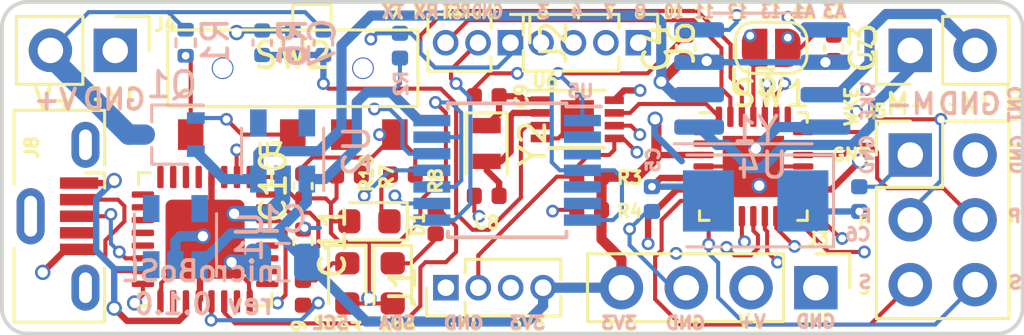
<source format=kicad_pcb>
(kicad_pcb (version 20171130) (host pcbnew "(5.1.9)-1")
  (title_block (title "micro BoSL Board") (date 2021-05-03) (rev 0.2.0))
  (layers (0 F.Cu signal) (1 In1.Cu signal) (2 In2.Cu signal) (31 B.Cu signal) (34 B.Paste user) (35 F.Paste user) (36 B.SilkS user hide) (37 F.SilkS user hide) (38 B.Mask user) (39 F.Mask user) (44 Edge.Cuts user))
  (net 0 "")
  (net 1 GND)
  (net 2 V_3.3)
  (net 3 VPP)
  (net 4 TLL_RST)
  (net 5 "Net-(D3-Pad1)")
  (net 6 USB_V)
  (net 7 TLL_RX)
  (net 8 TLL_TX)
  (net 9 A1)
  (net 10 A3)
  (net 11 D7)
  (net 12 SDA)
  (net 13 SCL)
  (net 14 AREF)
  (net 15 USB_DM)
  (net 16 USB_DP)
  (net 17 "Net-(D2-Pad1)")
  (net 18 AND_RX)
  (net 19 AND_TX)
  (net 20 TTL_3.3V)
  (net 21 D3)
  (net 22 "Net-(U7-Pad7)")
  (net 23 "Net-(C5-Pad2)")
  (net 24 "Net-(D1-Pad1)")
  (net 25 Hall_CNT_P)
  (net 26 Hall_CNT_S)
  (net 27 Hall_WKE_S)
  (net 28 Hall_WKE_P)
  (net 29 D4)
  (net 30 "Net-(J7-Pad1)")
  (net 31 "Net-(J8-Pad4)")
  (net 32 RTC_I)
  (net 33 "Net-(U7-Pad32)")
  (net 34 "Net-(U7-Pad28)")
  (net 35 "Net-(U7-Pad27)")
  (net 36 "Net-(U7-Pad18)")
  (net 37 "Net-(U7-Pad11)")
  (net 38 "Net-(U7-Pad10)")
  (net 39 "Net-(U7-Pad9)")
  (net 40 "Net-(U7-Pad8)")
  (net 41 "Net-(U7-Pad6)")
  (net 42 "Net-(U7-Pad3)")
  (net 43 VBAT)
  (net 44 "Net-(C6-Pad2)")
  (net 45 "Net-(C7-Pad1)")
  (net 46 "Net-(C8-Pad2)")
  (net 47 "Net-(C9-Pad2)")
  (net 48 "Net-(C11-Pad2)")
  (net 49 "Net-(J7-Pad2)")
  (net 50 "Net-(Q1-Pad1)")
  (net 51 "Net-(R1-Pad1)")
  (net 52 "Net-(R8-Pad2)")
  (net 53 "Net-(R9-Pad2)")
  (net 54 "Net-(U1-Pad5)")
  (net 55 "Net-(U1-Pad4)")
  (net 56 "Net-(U2-Pad5)")
  (net 57 "Net-(U2-Pad4)")
  (net 58 MREV)
  (net 59 MFWD)
  (net 60 "Net-(U5-Pad6)")
  (net 61 "Net-(U5-Pad5)")
  (net 62 "Net-(U5-Pad3)")
  (net 63 "Net-(U5-Pad2)")
  (net 64 SS)
  (net 65 MOSI)
  (net 66 MISO)
  (net 67 SCLK)
  (module Connector_PinHeader_1.27mm:PinHeader_1x03_P1.27mm_Vertical (layer F.Cu) (at 119.93 103.6 270)
    (fp_text reference J2 (at 0 -1.695 90) (layer F.SilkS))
    (fp_text value Conn_01x03)
    (pad 3 thru_hole oval (at 0 2.54 270) (size 1 1) (drill 0.65) (layers *.Cu *.Mask) (net 8 TLL_TX))
    (pad 2 thru_hole oval (at 0 1.27 270) (size 1 1) (drill 0.65) (layers *.Cu *.Mask) (net 7 TLL_RX))
    (pad 1 thru_hole rect (at 0 0 270) (size 1 1) (drill 0.65) (layers *.Cu *.Mask) (net 4 TLL_RST))
  )
  (module Connector_PinHeader_1.27mm:PinHeader_1x04_P1.27mm_Vertical (layer F.Cu) (at 117.4 113.2 90)
    (fp_text reference J1 (at 0 -1.695 90) (layer F.SilkS))
    (fp_text value Conn_01x04)
    (pad 4 thru_hole oval (at 0 3.81 90) (size 1 1) (drill 0.65) (layers *.Cu *.Mask) (net 2 V_3.3))
    (pad 3 thru_hole oval (at 0 2.54 90) (size 1 1) (drill 0.65) (layers *.Cu *.Mask) (net 1 GND))
    (pad 2 thru_hole oval (at 0 1.27 90) (size 1 1) (drill 0.65) (layers *.Cu *.Mask) (net 12 SDA))
    (pad 1 thru_hole rect (at 0 0 90) (size 1 1) (drill 0.65) (layers *.Cu *.Mask) (net 13 SCL))
  )
  (module Connector_PinHeader_1.27mm:PinHeader_1x04_P1.27mm_Vertical (layer F.Cu) (at 124.94 103.6 270)
    (fp_text reference J6 (at 0 -1.695 90) (layer F.SilkS))
    (fp_text value Conn_01x04)
    (pad 4 thru_hole oval (at 0 3.81 270) (size 1 1) (drill 0.65) (layers *.Cu *.Mask) (net 64 SS))
    (pad 3 thru_hole oval (at 0 2.54 270) (size 1 1) (drill 0.65) (layers *.Cu *.Mask) (net 65 MOSI))
    (pad 2 thru_hole oval (at 0 1.27 270) (size 1 1) (drill 0.65) (layers *.Cu *.Mask) (net 66 MISO))
    (pad 1 thru_hole rect (at 0 0 270) (size 1 1) (drill 0.65) (layers *.Cu *.Mask) (net 67 SCLK))
  )
  (module Crystal:Crystal_SMD_2012-2Pin_2.0x1.2mm (layer F.Cu) (at 119 107.55 270)
    (fp_text reference Y2 (at 0 -1.8 90) (layer F.SilkS))
    (fp_text value " 32.768 kHz")
    (pad 2 smd rect (at 0.7 0 270) (size 0.6 1.1) (layers F.Cu F.Paste F.Mask) (net 46 "Net-(C8-Pad2)"))
    (pad 1 smd rect (at -0.7 0 270) (size 0.6 1.1) (layers F.Cu F.Paste F.Mask) (net 47 "Net-(C9-Pad2)"))
  )
  (module Crystal:Crystal_SMD_5032-2Pin_5.0x3.2mm (layer B.Cu) (at 129.54 109.8 180)
    (fp_text reference Y1 (at 0 2.8) (layer B.SilkS) (effects (justify mirror)))
    (fp_text value 8MHz)
    (pad 2 smd rect (at 1.85 0 180) (size 2 2.4) (layers B.Cu B.Paste B.Mask) (net 23 "Net-(C5-Pad2)"))
    (pad 1 smd rect (at -1.85 0 180) (size 2 2.4) (layers B.Cu B.Paste B.Mask) (net 44 "Net-(C6-Pad2)"))
  )
  (module Package_SO:SOIC-8_3.9x4.9mm_P1.27mm (layer B.Cu) (at 129.8 105)
    (fp_text reference U4 (at 0 3.4) (layer B.SilkS) (effects (justify mirror)))
    (fp_text value ZXBM5210-S)
    (pad 8 smd roundrect (at 2.475 1.905) (size 1.95 0.6) (layers B.Cu B.Paste B.Mask) (net 1 GND))
    (pad 7 smd roundrect (at 2.475 0.635) (size 1.95 0.6) (layers B.Cu B.Paste B.Mask) (net 49 "Net-(J7-Pad2)"))
    (pad 6 smd roundrect (at 2.475 -0.635) (size 1.95 0.6) (layers B.Cu B.Paste B.Mask) (net 2 V_3.3))
    (pad 5 smd roundrect (at 2.475 -1.905) (size 1.95 0.6) (layers B.Cu B.Paste B.Mask) (net 58 MREV))
    (pad 4 smd roundrect (at -2.475 -1.905) (size 1.95 0.6) (layers B.Cu B.Paste B.Mask) (net 59 MFWD))
    (pad 3 smd roundrect (at -2.475 -0.635) (size 1.95 0.6) (layers B.Cu B.Paste B.Mask) (net 2 V_3.3))
    (pad 2 smd roundrect (at -2.475 0.635) (size 1.95 0.6) (layers B.Cu B.Paste B.Mask) (net 43 VBAT))
    (pad 1 smd roundrect (at -2.475 1.905) (size 1.95 0.6) (layers B.Cu B.Paste B.Mask) (net 30 "Net-(J7-Pad1)"))
  )
  (module Package_DFN_QFN:QFN-28-1EP_4x4mm_P0.45mm_EP2.4x2.4mm (layer F.Cu) (at 129.45 108.45)
    (fp_text reference U3 (at 0 -3.3) (layer F.SilkS))
    (fp_text value ATmega328P-MMH)
    (pad 29 smd rect (at 0 0) (size 2.4 2.4) (layers F.Cu F.Mask) (net 1 GND))
    (pad 28 smd custom (at -1.35 -1.95) (size 0.179289 0.179289) (layers F.Cu F.Paste F.Mask) (net 32 RTC_I) (options (clearance outline) (anchor circle)) (primitives (gr_poly (pts (xy -0.0625 -0.3375) (xy 0.0625 -0.3375) (xy 0.0625 0.3375) (xy 0.000888 0.3375) (xy -0.0625 0.274112)) (width 0.125))))
    (pad 27 smd roundrect (at -0.9 -1.95) (size 0.25 0.8) (layers F.Cu F.Paste F.Mask) (net 8 TLL_TX))
    (pad 26 smd roundrect (at -0.45 -1.95) (size 0.25 0.8) (layers F.Cu F.Paste F.Mask) (net 7 TLL_RX))
    (pad 25 smd roundrect (at 0 -1.95) (size 0.25 0.8) (layers F.Cu F.Paste F.Mask) (net 4 TLL_RST))
    (pad 24 smd roundrect (at 0.45 -1.95) (size 0.25 0.8) (layers F.Cu F.Paste F.Mask) (net 13 SCL))
    (pad 23 smd roundrect (at 0.9 -1.95) (size 0.25 0.8) (layers F.Cu F.Paste F.Mask) (net 12 SDA))
    (pad 22 smd custom (at 1.35 -1.95) (size 0.179289 0.179289) (layers F.Cu F.Paste F.Mask) (net 10 A3) (options (clearance outline) (anchor circle)) (primitives (gr_poly (pts (xy -0.0625 -0.3375) (xy 0.0625 -0.3375) (xy 0.0625 0.274112) (xy -0.000888 0.3375) (xy -0.0625 0.3375)) (width 0.125))))
    (pad 21 smd custom (at 1.95 -1.35) (size 0.179289 0.179289) (layers F.Cu F.Paste F.Mask) (net 27 Hall_WKE_S) (options (clearance outline) (anchor circle)) (primitives (gr_poly (pts (xy -0.3375 0.000888) (xy -0.274112 -0.0625) (xy 0.3375 -0.0625) (xy 0.3375 0.0625) (xy -0.3375 0.0625)) (width 0.125))))
    (pad 20 smd roundrect (at 1.95 -0.9) (size 0.8 0.25) (layers F.Cu F.Paste F.Mask) (net 9 A1))
    (pad 19 smd roundrect (at 1.95 -0.45) (size 0.8 0.25) (layers F.Cu F.Paste F.Mask) (net 26 Hall_CNT_S))
    (pad 18 smd roundrect (at 1.95 0) (size 0.8 0.25) (layers F.Cu F.Paste F.Mask) (net 1 GND))
    (pad 17 smd roundrect (at 1.95 0.45) (size 0.8 0.25) (layers F.Cu F.Paste F.Mask) (net 14 AREF))
    (pad 16 smd roundrect (at 1.95 0.9) (size 0.8 0.25) (layers F.Cu F.Paste F.Mask) (net 2 V_3.3))
    (pad 15 smd custom (at 1.95 1.35) (size 0.179289 0.179289) (layers F.Cu F.Paste F.Mask) (net 67 SCLK) (options (clearance outline) (anchor circle)) (primitives (gr_poly (pts (xy -0.3375 -0.0625) (xy 0.3375 -0.0625) (xy 0.3375 0.0625) (xy -0.274112 0.0625) (xy -0.3375 -0.000888)) (width 0.125))))
    (pad 14 smd custom (at 1.35 1.95) (size 0.179289 0.179289) (layers F.Cu F.Paste F.Mask) (net 66 MISO) (options (clearance outline) (anchor circle)) (primitives (gr_poly (pts (xy -0.0625 -0.3375) (xy -0.000888 -0.3375) (xy 0.0625 -0.274112) (xy 0.0625 0.3375) (xy -0.0625 0.3375)) (width 0.125))))
    (pad 13 smd roundrect (at 0.9 1.95) (size 0.25 0.8) (layers F.Cu F.Paste F.Mask) (net 65 MOSI))
    (pad 12 smd roundrect (at 0.45 1.95) (size 0.25 0.8) (layers F.Cu F.Paste F.Mask) (net 64 SS))
    (pad 11 smd roundrect (at 0 1.95) (size 0.25 0.8) (layers F.Cu F.Paste F.Mask) (net 59 MFWD))
    (pad 10 smd roundrect (at -0.45 1.95) (size 0.25 0.8) (layers F.Cu F.Paste F.Mask) (net 58 MREV))
    (pad 9 smd roundrect (at -0.9 1.95) (size 0.25 0.8) (layers F.Cu F.Paste F.Mask) (net 11 D7))
    (pad 8 smd custom (at -1.35 1.95) (size 0.179289 0.179289) (layers F.Cu F.Paste F.Mask) (net 25 Hall_CNT_P) (options (clearance outline) (anchor circle)) (primitives (gr_poly (pts (xy -0.0625 -0.274112) (xy 0.000888 -0.3375) (xy 0.0625 -0.3375) (xy 0.0625 0.3375) (xy -0.0625 0.3375)) (width 0.125))))
    (pad 7 smd custom (at -1.95 1.35) (size 0.179289 0.179289) (layers F.Cu F.Paste F.Mask) (net 28 Hall_WKE_P) (options (clearance outline) (anchor circle)) (primitives (gr_poly (pts (xy -0.3375 -0.0625) (xy 0.3375 -0.0625) (xy 0.3375 -0.000888) (xy 0.274112 0.0625) (xy -0.3375 0.0625)) (width 0.125))))
    (pad 6 smd roundrect (at -1.95 0.9) (size 0.8 0.25) (layers F.Cu F.Paste F.Mask) (net 44 "Net-(C6-Pad2)"))
    (pad 5 smd roundrect (at -1.95 0.45) (size 0.8 0.25) (layers F.Cu F.Paste F.Mask) (net 23 "Net-(C5-Pad2)"))
    (pad 4 smd roundrect (at -1.95 0) (size 0.8 0.25) (layers F.Cu F.Paste F.Mask) (net 1 GND))
    (pad 3 smd roundrect (at -1.95 -0.45) (size 0.8 0.25) (layers F.Cu F.Paste F.Mask) (net 2 V_3.3))
    (pad 2 smd roundrect (at -1.95 -0.9) (size 0.8 0.25) (layers F.Cu F.Paste F.Mask) (net 29 D4))
    (pad 1 smd custom (at -1.95 -1.35) (size 0.179289 0.179289) (layers F.Cu F.Paste F.Mask) (net 21 D3) (options (clearance outline) (anchor circle)) (primitives (gr_poly (pts (xy -0.3375 -0.0625) (xy 0.274112 -0.0625) (xy 0.3375 0.000888) (xy 0.3375 0.0625) (xy -0.3375 0.0625)) (width 0.125))))
  )
  (module Package_TO_SOT_SMD:SOT-23-5 (layer B.Cu) (at 111 107.842 90)
    (fp_text reference U2 (at 0 2.9 90) (layer B.SilkS) (effects (justify mirror)))
    (fp_text value TPS709A33DBVT)
    (pad 5 smd rect (at 1.1 0.95 90) (size 1.06 0.65) (layers B.Cu B.Paste B.Mask) (net 56 "Net-(U2-Pad5)"))
    (pad 4 smd rect (at 1.1 -0.95 90) (size 1.06 0.65) (layers B.Cu B.Paste B.Mask) (net 57 "Net-(U2-Pad4)"))
    (pad 3 smd rect (at -1.1 -0.95 90) (size 1.06 0.65) (layers B.Cu B.Paste B.Mask) (net 43 VBAT))
    (pad 2 smd rect (at -1.1 0 90) (size 1.06 0.65) (layers B.Cu B.Paste B.Mask) (net 1 GND))
    (pad 1 smd rect (at -1.1 0.95 90) (size 1.06 0.65) (layers B.Cu B.Paste B.Mask) (net 2 V_3.3))
  )
  (module Package_TO_SOT_SMD:SOT-23-5 (layer B.Cu) (at 106.8 111.2 90)
    (fp_text reference U1 (at 0 2.9 90) (layer B.SilkS) (effects (justify mirror)))
    (fp_text value TPS709A33DBVT)
    (pad 5 smd rect (at 1.1 0.95 90) (size 1.06 0.65) (layers B.Cu B.Paste B.Mask) (net 54 "Net-(U1-Pad5)"))
    (pad 4 smd rect (at 1.1 -0.95 90) (size 1.06 0.65) (layers B.Cu B.Paste B.Mask) (net 55 "Net-(U1-Pad4)"))
    (pad 3 smd rect (at -1.1 -0.95 90) (size 1.06 0.65) (layers B.Cu B.Paste B.Mask) (net 6 USB_V))
    (pad 2 smd rect (at -1.1 0 90) (size 1.06 0.65) (layers B.Cu B.Paste B.Mask) (net 1 GND))
    (pad 1 smd rect (at -1.1 0.95 90) (size 1.06 0.65) (layers B.Cu B.Paste B.Mask) (net 2 V_3.3))
  )
  (module SIMFootprints:AYZ0103AGRLC (layer F.Cu) (at 111.4 104.6 180)
    (fp_text reference SW2 (at 0 0.5) (layer F.SilkS))
    (fp_text value AYZ0103AGRLC)
    (pad 1 smd rect (at -4 -2.6 180) (size 1 1.2) (layers F.Cu F.Paste F.Mask) (net 1 GND))
    (pad 2 smd rect (at -2 -2.6 180) (size 1 1.2) (layers F.Cu F.Paste F.Mask))
    (pad 4 smd rect (at 4 -2.6 180) (size 1 1.2) (layers F.Cu F.Paste F.Mask) (net 51 "Net-(R1-Pad1)"))
    (pad 3 smd rect (at 0 -2.6 180) (size 1 1.2) (layers F.Cu F.Paste F.Mask) (net 50 "Net-(Q1-Pad1)"))
    (pad "" np_thru_hole circle (at -2.75 0 180) (size 0.85 0.85) (drill 0.762) (layers *.Cu *.Mask))
    (pad "" np_thru_hole circle (at 2.75 0 180) (size 0.85 0.85) (drill 0.762) (layers *.Cu *.Mask))
  )
  (module Jumper:SolderJumper-2_P1.3mm_Open_RoundedPad1.0x1.5mm (layer F.Cu) (at 130.15 103.8 180)
    (fp_text reference SW1 (at 0 -1.8) (layer F.SilkS))
    (fp_text value RST_JMPR)
    (pad 2 smd custom (at 0.65 0 180) (size 1 0.5) (layers F.Cu F.Mask) (net 4 TLL_RST) (options (clearance outline) (anchor rect)) (primitives (gr_circle (center 0 0.25) (end 0.5 0.25) (width 0)) (gr_circle (center 0 -0.25) (end 0.5 -0.25) (width 0)) (gr_poly (pts (xy 0 -0.75) (xy -0.5 -0.75) (xy -0.5 0.75) (xy 0 0.75)) (width 0))))
    (pad 1 smd custom (at -0.65 0 180) (size 1 0.5) (layers F.Cu F.Mask) (net 1 GND) (options (clearance outline) (anchor rect)) (primitives (gr_circle (center 0 0.25) (end 0.5 0.25) (width 0)) (gr_circle (center 0 -0.25) (end 0.5 -0.25) (width 0)) (gr_poly (pts (xy 0 -0.75) (xy 0.5 -0.75) (xy 0.5 0.75) (xy 0 0.75)) (width 0))))
  )
  (module Capacitor_SMD:C_0402_1005Metric (layer B.Cu) (at 110.2 103.6 90)
    (fp_text reference R6 (at 0 1.16 90) (layer B.SilkS) (effects (justify mirror)))
    (fp_text value "4.7 MΩ")
    (pad 2 smd roundrect (at 0.48 0 90) (size 0.56 0.62) (layers B.Cu B.Paste B.Mask) (net 1 GND))
    (pad 1 smd roundrect (at -0.48 0 90) (size 0.56 0.62) (layers B.Cu B.Paste B.Mask) (net 45 "Net-(C7-Pad1)"))
  )
  (module Capacitor_SMD:C_0402_1005Metric (layer B.Cu) (at 112.6 103.6 270)
    (fp_text reference R5 (at 0 1.16 90) (layer B.SilkS) (effects (justify mirror)))
    (fp_text value "4.7 MΩ")
    (pad 2 smd roundrect (at 0.48 0 270) (size 0.56 0.62) (layers B.Cu B.Paste B.Mask) (net 45 "Net-(C7-Pad1)"))
    (pad 1 smd roundrect (at -0.48 0 270) (size 0.56 0.62) (layers B.Cu B.Paste B.Mask) (net 3 VPP))
  )
  (module Resistor_SMD:R_0402_1005Metric (layer B.Cu) (at 107.2 103.6 90)
    (fp_text reference R1 (at 0 1.17 90) (layer B.SilkS) (effects (justify mirror)))
    (fp_text value "10 kΩ")
    (pad 2 smd roundrect (at 0.51 0 90) (size 0.54 0.64) (layers B.Cu B.Paste B.Mask) (net 3 VPP))
    (pad 1 smd roundrect (at -0.51 0 90) (size 0.54 0.64) (layers B.Cu B.Paste B.Mask) (net 51 "Net-(R1-Pad1)"))
  )
  (module Package_TO_SOT_SMD:SOT-323_SC-70 (layer B.Cu) (at 106.6 107.2 180)
    (fp_text reference Q1 (at -0.05 1.95) (layer B.SilkS) (effects (justify mirror)))
    (fp_text value DMP2165UW)
    (pad 3 smd rect (at 1 0 270) (size 0.45 0.7) (layers B.Cu B.Paste B.Mask) (net 3 VPP))
    (pad 2 smd rect (at -1 -0.65 270) (size 0.45 0.7) (layers B.Cu B.Paste B.Mask) (net 43 VBAT))
    (pad 1 smd rect (at -1 0.65 270) (size 0.45 0.7) (layers B.Cu B.Paste B.Mask) (net 50 "Net-(Q1-Pad1)"))
  )
  (module Capacitor_SMD:C_0402_1005Metric (layer F.Cu) (at 111.8 111.4 270)
    (fp_text reference C11 (at 0 -1.16 90) (layer F.SilkS))
    (fp_text value "100 nF")
    (pad 2 smd roundrect (at 0.48 0 270) (size 0.56 0.62) (layers F.Cu F.Paste F.Mask) (net 48 "Net-(C11-Pad2)"))
    (pad 1 smd roundrect (at -0.48 0 270) (size 0.56 0.62) (layers F.Cu F.Paste F.Mask) (net 4 TLL_RST))
  )
  (module Capacitor_SMD:C_0402_1005Metric (layer F.Cu) (at 111.8 109.22 90)
    (fp_text reference C10 (at 0 -1.16 90) (layer F.SilkS))
    (fp_text value "100 nF")
    (pad 2 smd roundrect (at 0.48 0 90) (size 0.56 0.62) (layers F.Cu F.Paste F.Mask) (net 1 GND))
    (pad 1 smd roundrect (at -0.48 0 90) (size 0.56 0.62) (layers F.Cu F.Paste F.Mask) (net 20 TTL_3.3V))
  )
  (module Capacitor_SMD:C_0402_1005Metric (layer B.Cu) (at 111.4 103.6 90)
    (fp_text reference C7 (at 0 1.16 90) (layer B.SilkS) (effects (justify mirror)))
    (fp_text value "100 nF")
    (pad 2 smd roundrect (at 0.48 0 90) (size 0.56 0.62) (layers B.Cu B.Paste B.Mask) (net 1 GND))
    (pad 1 smd roundrect (at -0.48 0 90) (size 0.56 0.62) (layers B.Cu B.Paste B.Mask) (net 45 "Net-(C7-Pad1)"))
  )
  (module Capacitor_SMD:C_0402_1005Metric (layer F.Cu) (at 126.8 103.8 90)
    (fp_text reference C4 (at 0 -1.16 90) (layer F.SilkS))
    (fp_text value "100 nF")
    (pad 2 smd roundrect (at 0.48 0 90) (size 0.56 0.62) (layers F.Cu F.Paste F.Mask) (net 1 GND))
    (pad 1 smd roundrect (at -0.48 0 90) (size 0.56 0.62) (layers F.Cu F.Paste F.Mask) (net 43 VBAT))
  )
  (module Capacitor_SMD:C_0402_1005Metric (layer F.Cu) (at 132.6 103.8 270)
    (fp_text reference C3 (at 0 -1.16 90) (layer F.SilkS))
    (fp_text value "100 nF")
    (pad 2 smd roundrect (at 0.48 0 270) (size 0.56 0.62) (layers F.Cu F.Paste F.Mask) (net 2 V_3.3))
    (pad 1 smd roundrect (at -0.48 0 270) (size 0.56 0.62) (layers F.Cu F.Paste F.Mask) (net 1 GND))
  )
  (module Capacitor_SMD:C_0805_2012Metric (layer B.Cu) (at 111 112.2 180)
    (fp_text reference C1 (at 0 1.68) (layer B.SilkS) (effects (justify mirror)))
    (fp_text value "2.2 μF")
    (pad 2 smd roundrect (at 0.95 0 180) (size 1 1.45) (layers B.Cu B.Paste B.Mask) (net 1 GND))
    (pad 1 smd roundrect (at -0.95 0 180) (size 1 1.45) (layers B.Cu B.Paste B.Mask) (net 2 V_3.3))
  )
  (module Package_DFN_QFN:DFN-8-1EP_3x2mm_P0.5mm_EP1.3x1.5mm (layer F.Cu) (at 122.55 106.6)
    (fp_text reference U6 (at -1.25 -1.5) (layer F.SilkS) (effects (font (size 0.5 0.5) (thickness 0.125))))
    (fp_text value MCP7940N-xSN)
    (pad 9 smd rect (at 0 0) (size 1.3 1.5) (layers F.Cu F.Mask) (net 1 GND))
    (pad 8 smd rect (at 1.45 -0.75) (size 0.75 0.3) (layers F.Cu F.Paste F.Mask) (net 2 V_3.3))
    (pad 7 smd rect (at 1.45 -0.25) (size 0.75 0.3) (layers F.Cu F.Paste F.Mask) (net 32 RTC_I))
    (pad 6 smd rect (at 1.45 0.25) (size 0.75 0.3) (layers F.Cu F.Paste F.Mask) (net 13 SCL))
    (pad 5 smd rect (at 1.45 0.75) (size 0.75 0.3) (layers F.Cu F.Paste F.Mask) (net 12 SDA))
    (pad 4 smd rect (at -1.45 0.75) (size 0.75 0.3) (layers F.Cu F.Paste F.Mask) (net 1 GND))
    (pad 3 smd rect (at -1.45 0.25) (size 0.75 0.3) (layers F.Cu F.Paste F.Mask) (net 45 "Net-(C7-Pad1)"))
    (pad 2 smd rect (at -1.45 -0.25) (size 0.75 0.3) (layers F.Cu F.Paste F.Mask) (net 46 "Net-(C8-Pad2)"))
    (pad 1 smd rect (at -1.45 -0.75) (size 0.75 0.3) (layers F.Cu F.Paste F.Mask) (net 47 "Net-(C9-Pad2)"))
  )
  (module Resistor_SMD:R_0402_1005Metric (layer F.Cu) (at 115.715 108.766)
    (fp_text reference R10 (at -1.415 -0.05 90) (layer F.SilkS) (effects (font (size 0.5 0.5) (thickness 0.125))))
    (fp_text value "3.3 kΩ")
    (pad 2 smd roundrect (at 0.485 0) (size 0.59 0.64) (layers F.Cu F.Paste F.Mask) (net 1 GND))
    (pad 1 smd roundrect (at -0.485 0) (size 0.59 0.64) (layers F.Cu F.Paste F.Mask) (net 24 "Net-(D1-Pad1)"))
  )
  (module Resistor_SMD:R_0402_1005Metric (layer F.Cu) (at 111.8 113.4 270)
    (fp_text reference R9 (at 1.55 0.15 90) (layer F.SilkS) (effects (font (size 0.5 0.5) (thickness 0.125))))
    (fp_text value "3.3 kΩ")
    (pad 2 smd roundrect (at 0.485 0 270) (size 0.59 0.64) (layers F.Cu F.Paste F.Mask) (net 53 "Net-(R9-Pad2)"))
    (pad 1 smd roundrect (at -0.485 0 270) (size 0.59 0.64) (layers F.Cu F.Paste F.Mask) (net 5 "Net-(D3-Pad1)"))
  )
  (module Resistor_SMD:R_0402_1005Metric (layer F.Cu) (at 117 110.6 90)
    (fp_text reference R8 (at 1.585 0 90) (layer F.SilkS) (effects (font (size 0.5 0.5) (thickness 0.125))))
    (fp_text value "3.3 kΩ")
    (pad 2 smd roundrect (at 0.485 0 90) (size 0.59 0.64) (layers F.Cu F.Paste F.Mask) (net 52 "Net-(R8-Pad2)"))
    (pad 1 smd roundrect (at -0.485 0 90) (size 0.59 0.64) (layers F.Cu F.Paste F.Mask) (net 17 "Net-(D2-Pad1)"))
  )
  (module Resistor_SMD:R_0402_1005Metric (layer F.Cu) (at 113.6 108.8)
    (fp_text reference R7 (at 1.485 0.05 90) (layer F.SilkS) (effects (font (size 0.5 0.5) (thickness 0.125))))
    (fp_text value "10 kΩ")
    (pad 2 smd roundrect (at 0.485 0) (size 0.59 0.64) (layers F.Cu F.Paste F.Mask) (net 1 GND))
    (pad 1 smd roundrect (at -0.485 0) (size 0.59 0.64) (layers F.Cu F.Paste F.Mask) (net 20 TTL_3.3V))
  )
  (module Resistor_SMD:R_0402_1005Metric (layer F.Cu) (at 123.015 108.85 180)
    (fp_text reference R3 (at -1.585 -0.05) (layer F.SilkS) (effects (font (size 0.5 0.5) (thickness 0.125))))
    (fp_text value "10 kΩ")
    (pad 2 smd roundrect (at 0.485 0 180) (size 0.59 0.64) (layers F.Cu F.Paste F.Mask) (net 12 SDA))
    (pad 1 smd roundrect (at -0.485 0 180) (size 0.59 0.64) (layers F.Cu F.Paste F.Mask) (net 2 V_3.3))
  )
  (module Resistor_SMD:R_0402_1005Metric (layer F.Cu) (at 123.015 110.15)
    (fp_text reference R4 (at 1.585 0.05) (layer F.SilkS) (effects (font (size 0.5 0.5) (thickness 0.125))))
    (fp_text value "10 kΩ")
    (pad 2 smd roundrect (at 0.485 0) (size 0.59 0.64) (layers F.Cu F.Paste F.Mask) (net 2 V_3.3))
    (pad 1 smd roundrect (at -0.485 0) (size 0.59 0.64) (layers F.Cu F.Paste F.Mask) (net 13 SCL))
  )
  (module Resistor_SMD:R_0402_1005Metric (layer B.Cu) (at 115.6 103.715 90)
    (fp_text reference R2 (at -1.49 0.05 90) (layer B.SilkS) (effects (font (size 0.5 0.5) (thickness 0.125)) (justify mirror)))
    (fp_text value "10 kΩ")
    (pad 2 smd roundrect (at 0.485 0 90) (size 0.59 0.64) (layers B.Cu B.Paste B.Mask) (net 4 TLL_RST))
    (pad 1 smd roundrect (at -0.485 0 90) (size 0.59 0.64) (layers B.Cu B.Paste B.Mask) (net 2 V_3.3))
  )
  (module Capacitor_SMD:C_0402_1005Metric (layer F.Cu) (at 119 109.6)
    (fp_text reference C8 (at 0 1.05) (layer F.SilkS) (effects (font (size 0.5 0.5) (thickness 0.125))))
    (fp_text value "15 pF")
    (pad 2 smd roundrect (at 0.485 0) (size 0.59 0.64) (layers F.Cu F.Paste F.Mask) (net 46 "Net-(C8-Pad2)"))
    (pad 1 smd roundrect (at -0.485 0) (size 0.59 0.64) (layers F.Cu F.Paste F.Mask) (net 1 GND))
  )
  (module Capacitor_SMD:C_0402_1005Metric (layer F.Cu) (at 119 105.7)
    (fp_text reference C9 (at 1.365 0 270) (layer F.SilkS) (effects (font (size 0.5 0.5) (thickness 0.125))))
    (fp_text value "15 pF")
    (pad 2 smd roundrect (at 0.485 0) (size 0.59 0.64) (layers F.Cu F.Paste F.Mask) (net 47 "Net-(C9-Pad2)"))
    (pad 1 smd roundrect (at -0.485 0) (size 0.59 0.64) (layers F.Cu F.Paste F.Mask) (net 1 GND))
  )
  (module Capacitor_SMD:C_0402_1005Metric (layer B.Cu) (at 125.476 109.728 90)
    (fp_text reference C5 (at 1.535 0.05 270) (layer B.SilkS) (effects (font (size 0.5 0.5) (thickness 0.125)) (justify mirror)))
    (fp_text value "15 pF")
    (pad 2 smd roundrect (at 0.485 0 90) (size 0.59 0.64) (layers B.Cu B.Paste B.Mask) (net 23 "Net-(C5-Pad2)"))
    (pad 1 smd roundrect (at -0.485 0 90) (size 0.59 0.64) (layers B.Cu B.Paste B.Mask) (net 1 GND))
  )
  (module Capacitor_SMD:C_0402_1005Metric (layer B.Cu) (at 133.6 109.728 270)
    (fp_text reference C6 (at 1.385 0.05) (layer B.SilkS) (effects (font (size 0.5 0.5) (thickness 0.125)) (justify mirror)))
    (fp_text value "15 pF")
    (pad 2 smd roundrect (at 0.485 0 270) (size 0.59 0.64) (layers B.Cu B.Paste B.Mask) (net 44 "Net-(C6-Pad2)"))
    (pad 1 smd roundrect (at -0.485 0 270) (size 0.59 0.64) (layers B.Cu B.Paste B.Mask) (net 1 GND))
  )
  (module Connector_PinHeader_2.54mm:PinHeader_2x03_P2.54mm_Vertical (layer F.Cu) (at 135.6 108)
    (fp_text reference J5 (at -1.36 -1.72 180) (layer F.SilkS) (effects (font (size 0.5 0.5) (thickness 0.125))))
    (fp_text value Conn_02x03_Odd_Even)
    (pad 6 thru_hole oval (at 2.54 5.08) (size 1.7 1.7) (drill 1) (layers *.Cu *.Mask) (net 25 Hall_CNT_P))
    (pad 5 thru_hole oval (at 0 5.08) (size 1.7 1.7) (drill 1) (layers *.Cu *.Mask) (net 28 Hall_WKE_P))
    (pad 4 thru_hole oval (at 2.54 2.54) (size 1.7 1.7) (drill 1) (layers *.Cu *.Mask) (net 26 Hall_CNT_S))
    (pad 3 thru_hole oval (at 0 2.54) (size 1.7 1.7) (drill 1) (layers *.Cu *.Mask) (net 27 Hall_WKE_S))
    (pad 2 thru_hole oval (at 2.54 0) (size 1.7 1.7) (drill 1) (layers *.Cu *.Mask) (net 1 GND))
    (pad 1 thru_hole rect (at 0 0) (size 1.7 1.7) (drill 1) (layers *.Cu *.Mask) (net 1 GND))
  )
  (module Package_DFN_QFN:QFN-32-1EP_5x5mm_P0.5mm_EP3.1x3.1mm (layer F.Cu) (at 107.9625 111.3 270)
    (fp_text reference U7 (at -3.5 -2.5375) (layer F.SilkS) (effects (font (size 0.5 0.5) (thickness 0.125))))
    (fp_text value FT232RQ)
    (pad 32 smd roundrect (at -1.75 -2.4375 270) (size 0.25 0.875) (layers F.Cu F.Paste F.Mask) (net 33 "Net-(U7-Pad32)"))
    (pad 31 smd roundrect (at -1.25 -2.4375 270) (size 0.25 0.875) (layers F.Cu F.Paste F.Mask) (net 48 "Net-(C11-Pad2)"))
    (pad 30 smd roundrect (at -0.75 -2.4375 270) (size 0.25 0.875) (layers F.Cu F.Paste F.Mask) (net 18 AND_RX))
    (pad 29 smd roundrect (at -0.25 -2.4375 270) (size 0.25 0.875) (layers F.Cu F.Paste F.Mask))
    (pad 28 smd roundrect (at 0.25 -2.4375 270) (size 0.25 0.875) (layers F.Cu F.Paste F.Mask) (net 34 "Net-(U7-Pad28)"))
    (pad 27 smd roundrect (at 0.75 -2.4375 270) (size 0.25 0.875) (layers F.Cu F.Paste F.Mask) (net 35 "Net-(U7-Pad27)"))
    (pad 26 smd roundrect (at 1.25 -2.4375 270) (size 0.25 0.875) (layers F.Cu F.Paste F.Mask) (net 1 GND))
    (pad 25 smd roundrect (at 1.75 -2.4375 270) (size 0.25 0.875) (layers F.Cu F.Paste F.Mask))
    (pad 24 smd roundrect (at 2.4375 -1.75 270) (size 0.875 0.25) (layers F.Cu F.Paste F.Mask) (net 1 GND))
    (pad 23 smd roundrect (at 2.4375 -1.25 270) (size 0.875 0.25) (layers F.Cu F.Paste F.Mask))
    (pad 22 smd roundrect (at 2.4375 -0.75 270) (size 0.875 0.25) (layers F.Cu F.Paste F.Mask) (net 52 "Net-(R8-Pad2)"))
    (pad 21 smd roundrect (at 2.4375 -0.25 270) (size 0.875 0.25) (layers F.Cu F.Paste F.Mask) (net 53 "Net-(R9-Pad2)"))
    (pad 20 smd roundrect (at 2.4375 0.25 270) (size 0.875 0.25) (layers F.Cu F.Paste F.Mask) (net 1 GND))
    (pad 19 smd roundrect (at 2.4375 0.75 270) (size 0.875 0.25) (layers F.Cu F.Paste F.Mask) (net 6 USB_V))
    (pad 18 smd roundrect (at 2.4375 1.25 270) (size 0.875 0.25) (layers F.Cu F.Paste F.Mask) (net 36 "Net-(U7-Pad18)"))
    (pad 17 smd roundrect (at 2.4375 1.75 270) (size 0.875 0.25) (layers F.Cu F.Paste F.Mask) (net 1 GND))
    (pad 16 smd roundrect (at 1.75 2.4375 270) (size 0.25 0.875) (layers F.Cu F.Paste F.Mask) (net 20 TTL_3.3V))
    (pad 15 smd roundrect (at 1.25 2.4375 270) (size 0.25 0.875) (layers F.Cu F.Paste F.Mask) (net 15 USB_DM))
    (pad 14 smd roundrect (at 0.75 2.4375 270) (size 0.25 0.875) (layers F.Cu F.Paste F.Mask) (net 16 USB_DP))
    (pad 13 smd roundrect (at 0.25 2.4375 270) (size 0.25 0.875) (layers F.Cu F.Paste F.Mask))
    (pad 12 smd roundrect (at -0.25 2.4375 270) (size 0.25 0.875) (layers F.Cu F.Paste F.Mask))
    (pad 11 smd roundrect (at -0.75 2.4375 270) (size 0.25 0.875) (layers F.Cu F.Paste F.Mask) (net 37 "Net-(U7-Pad11)"))
    (pad 10 smd roundrect (at -1.25 2.4375 270) (size 0.25 0.875) (layers F.Cu F.Paste F.Mask) (net 38 "Net-(U7-Pad10)"))
    (pad 9 smd roundrect (at -1.75 2.4375 270) (size 0.25 0.875) (layers F.Cu F.Paste F.Mask) (net 39 "Net-(U7-Pad9)"))
    (pad 8 smd roundrect (at -2.4375 1.75 270) (size 0.875 0.25) (layers F.Cu F.Paste F.Mask) (net 40 "Net-(U7-Pad8)"))
    (pad 7 smd roundrect (at -2.4375 1.25 270) (size 0.875 0.25) (layers F.Cu F.Paste F.Mask) (net 22 "Net-(U7-Pad7)"))
    (pad 6 smd roundrect (at -2.4375 0.75 270) (size 0.875 0.25) (layers F.Cu F.Paste F.Mask) (net 41 "Net-(U7-Pad6)"))
    (pad 5 smd roundrect (at -2.4375 0.25 270) (size 0.875 0.25) (layers F.Cu F.Paste F.Mask))
    (pad 4 smd roundrect (at -2.4375 -0.25 270) (size 0.875 0.25) (layers F.Cu F.Paste F.Mask) (net 1 GND))
    (pad 3 smd roundrect (at -2.4375 -0.75 270) (size 0.875 0.25) (layers F.Cu F.Paste F.Mask) (net 42 "Net-(U7-Pad3)"))
    (pad 2 smd roundrect (at -2.4375 -1.25 270) (size 0.875 0.25) (layers F.Cu F.Paste F.Mask) (net 19 AND_TX))
    (pad 1 smd roundrect (at -2.4375 -1.75 270) (size 0.875 0.25) (layers F.Cu F.Paste F.Mask) (net 20 TTL_3.3V))
    (pad 33 smd roundrect (at 0 0 270) (size 3.1 3.1) (layers F.Cu F.Mask) (roundrect_rratio 0.081) (net 1 GND))
  )
  (module Package_SO:TSSOP-14_4.4x5mm_P0.65mm (layer B.Cu) (at 119.8 108.6 180)
    (fp_text reference U5 (at -2.875 3.1) (layer B.SilkS) (effects (font (size 0.5 0.5) (thickness 0.125)) (justify mirror)))
    (fp_text value 74HC126PW-Q100)
    (pad 14 smd rect (at 2.95 1.95 180) (size 1.45 0.45) (layers B.Cu B.Paste B.Mask) (net 2 V_3.3))
    (pad 13 smd rect (at 2.95 1.3 180) (size 1.45 0.45) (layers B.Cu B.Paste B.Mask) (net 20 TTL_3.3V))
    (pad 12 smd rect (at 2.95 0.65 180) (size 1.45 0.45) (layers B.Cu B.Paste B.Mask) (net 8 TLL_TX))
    (pad 11 smd rect (at 2.95 0 180) (size 1.45 0.45) (layers B.Cu B.Paste B.Mask) (net 19 AND_TX))
    (pad 10 smd rect (at 2.95 -0.65 180) (size 1.45 0.45) (layers B.Cu B.Paste B.Mask) (net 20 TTL_3.3V))
    (pad 9 smd rect (at 2.95 -1.3 180) (size 1.45 0.45) (layers B.Cu B.Paste B.Mask) (net 18 AND_RX))
    (pad 8 smd rect (at 2.95 -1.95 180) (size 1.45 0.45) (layers B.Cu B.Paste B.Mask) (net 7 TLL_RX))
    (pad 7 smd rect (at -2.95 -1.95 180) (size 1.45 0.45) (layers B.Cu B.Paste B.Mask) (net 1 GND))
    (pad 6 smd rect (at -2.95 -1.3 180) (size 1.45 0.45) (layers B.Cu B.Paste B.Mask) (net 60 "Net-(U5-Pad6)"))
    (pad 5 smd rect (at -2.95 -0.65 180) (size 1.45 0.45) (layers B.Cu B.Paste B.Mask) (net 61 "Net-(U5-Pad5)"))
    (pad 4 smd rect (at -2.95 0 180) (size 1.45 0.45) (layers B.Cu B.Paste B.Mask) (net 1 GND))
    (pad 3 smd rect (at -2.95 0.65 180) (size 1.45 0.45) (layers B.Cu B.Paste B.Mask) (net 62 "Net-(U5-Pad3)"))
    (pad 2 smd rect (at -2.95 1.3 180) (size 1.45 0.45) (layers B.Cu B.Paste B.Mask) (net 63 "Net-(U5-Pad2)"))
    (pad 1 smd rect (at -2.95 1.95 180) (size 1.45 0.45) (layers B.Cu B.Paste B.Mask) (net 1 GND))
  )
  (module Connector_USB:USB_Micro-B_Molex-105133-0001 (layer F.Cu) (at 102.2 110.4 270)
    (fp_text reference J8 (at -2.7 1.025 90) (layer F.SilkS) (effects (font (size 0.5 0.5) (thickness 0.125))))
    (fp_text value USB_B_Micro)
    (pad 6 thru_hole oval (at 0 1.075 270) (size 2.2 1.1) (drill oval 1.6 0.5) (layers *.Cu *.Mask))
    (pad 6 thru_hole oval (at 2.8 -1.075 270) (size 1.8 1.1) (drill oval 1.2 0.5) (layers *.Cu *.Mask))
    (pad 6 thru_hole oval (at -2.8 -1.075 270) (size 1.8 1.1) (drill oval 1.2 0.5) (layers *.Cu *.Mask))
    (pad 1 smd rect (at -1.3 -0.825 270) (size 0.45 1.5) (layers F.Cu F.Paste F.Mask) (net 6 USB_V))
    (pad 5 smd rect (at 1.3 -0.825 270) (size 0.45 1.5) (layers F.Cu F.Paste F.Mask) (net 1 GND))
    (pad 2 smd rect (at -0.65 -0.825 270) (size 0.45 1.5) (layers F.Cu F.Paste F.Mask) (net 15 USB_DM))
    (pad 4 smd rect (at 0.65 -0.825 270) (size 0.45 1.5) (layers F.Cu F.Paste F.Mask) (net 31 "Net-(J8-Pad4)"))
    (pad 3 smd rect (at 0 -0.825 270) (size 0.45 1.5) (layers F.Cu F.Paste F.Mask) (net 16 USB_DP))
  )
  (module Connector_PinHeader_2.54mm:PinHeader_1x02_P2.54mm_Vertical (layer F.Cu) (at 135.6 103.9 90)
    (fp_text reference J7 (at 0 -1.76 90) (layer F.SilkS) (effects (font (size 0.5 0.5) (thickness 0.125))))
    (fp_text value MOTOR_OUT)
    (pad 2 thru_hole oval (at 0 2.54 90) (size 1.7 1.7) (drill 1) (layers *.Cu *.Mask) (net 49 "Net-(J7-Pad2)"))
    (pad 1 thru_hole rect (at 0 0 90) (size 1.7 1.7) (drill 1) (layers *.Cu *.Mask) (net 30 "Net-(J7-Pad1)"))
  )
  (module Connector_PinHeader_2.54mm:PinHeader_1x02_P2.54mm_Vertical (layer F.Cu) (at 104.44 103.9 270)
    (fp_text reference J4 (at -1 -1.96 180) (layer F.SilkS) (effects (font (size 0.5 0.5) (thickness 0.125))))
    (fp_text value "BATTERY CONN")
    (pad 2 thru_hole oval (at 0 2.54 270) (size 1.7 1.7) (drill 1) (layers *.Cu *.Mask) (net 3 VPP))
    (pad 1 thru_hole rect (at 0 0 270) (size 1.7 1.7) (drill 1) (layers *.Cu *.Mask) (net 1 GND))
  )
  (module Connector_PinHeader_2.54mm:PinHeader_1x04_P2.54mm_Vertical (layer F.Cu) (at 131.9 113.2 270)
    (fp_text reference J3 (at -1.9 -0.1) (layer F.SilkS) (effects (font (size 0.5 0.5) (thickness 0.125))))
    (fp_text value Conn_01x04)
    (pad 4 thru_hole oval (at 0 7.62 270) (size 1.7 1.7) (drill 1) (layers *.Cu *.Mask) (net 2 V_3.3))
    (pad 3 thru_hole oval (at 0 5.08 270) (size 1.7 1.7) (drill 1) (layers *.Cu *.Mask) (net 1 GND))
    (pad 2 thru_hole oval (at 0 2.54 270) (size 1.7 1.7) (drill 1) (layers *.Cu *.Mask) (net 43 VBAT))
    (pad 1 thru_hole rect (at 0 0 270) (size 1.7 1.7) (drill 1) (layers *.Cu *.Mask) (net 1 GND))
  )
  (module LED_SMD:LED_0603_1608Metric (layer F.Cu) (at 114.4 110.6 180)
    (fp_text reference D1 (at -1.9 -0.1 90) (layer F.SilkS) (effects (font (size 0.5 0.5) (thickness 0.125))))
    (fp_text value LED)
    (pad 2 smd roundrect (at 0.7875 0 180) (size 0.875 0.95) (layers F.Cu F.Paste F.Mask) (net 20 TTL_3.3V))
    (pad 1 smd roundrect (at -0.7875 0 180) (size 0.875 0.95) (layers F.Cu F.Paste F.Mask) (net 24 "Net-(D1-Pad1)"))
  )
  (module LED_SMD:LED_0603_1608Metric (layer F.Cu) (at 113.538 113.03 270)
    (fp_text reference D3 (at 1.8 -0.1 180) (layer F.SilkS) (effects (font (size 0.5 0.5) (thickness 0.125))))
    (fp_text value LED)
    (pad 2 smd roundrect (at 0.7875 0 270) (size 0.875 0.95) (layers F.Cu F.Paste F.Mask) (net 20 TTL_3.3V))
    (pad 1 smd roundrect (at -0.7875 0 270) (size 0.875 0.95) (layers F.Cu F.Paste F.Mask) (net 5 "Net-(D3-Pad1)"))
  )
  (module LED_SMD:LED_0603_1608Metric (layer F.Cu) (at 115.316 113.03 270)
    (fp_text reference D2 (at 1.8 0 180) (layer F.SilkS) (effects (font (size 0.5 0.5) (thickness 0.125))))
    (fp_text value LED)
    (pad 2 smd roundrect (at 0.7875 0 270) (size 0.875 0.95) (layers F.Cu F.Paste F.Mask) (net 20 TTL_3.3V))
    (pad 1 smd roundrect (at -0.7875 0 270) (size 0.875 0.95) (layers F.Cu F.Paste F.Mask) (net 17 "Net-(D2-Pad1)"))
  )
  (gr_arc (start 139 114) (end 139 115) (angle -90) (layer Edge.Cuts) (width 0.15))
  (gr_arc (start 101 114) (end 100 114) (angle -90) (layer Edge.Cuts) (width 0.15))
  (gr_arc (start 101 103) (end 101 102) (angle -90) (layer Edge.Cuts) (width 0.15))
  (gr_arc (start 139 103) (end 140 103) (angle -90) (layer Edge.Cuts) (width 0.15))
  (gr_text V+ (at 102.1 105.83) (layer B.SilkS) (effects (font (size 0.8 0.8)) (justify mirror)))
  (gr_text GND (at 104.4 105.83) (layer B.SilkS) (effects (font (size 0.8 0.8)) (justify mirror)))
  (gr_text RX (at 116.63 102.37) (layer B.SilkS) (effects (font (size 0.5 0.5) (thickness 0.125)) (justify mirror)))
  (gr_text 3 (at 121.23 102.37) (layer B.SilkS) (effects (font (size 0.5 0.5) (thickness 0.125)) (justify mirror)))
  (gr_text 10 (at 126.33 102.37) (layer B.SilkS) (effects (font (size 0.5 0.4) (thickness 0.1)) (justify mirror)))
  (gr_text 4 (at 122.53 102.37) (layer B.SilkS) (effects (font (size 0.5 0.5) (thickness 0.125)) (justify mirror)))
  (gr_text 11 (at 127.53 102.37) (layer B.SilkS) (effects (font (size 0.5 0.4) (thickness 0.1)) (justify mirror)))
  (gr_text A3 (at 132.63 102.37) (layer B.SilkS) (effects (font (size 0.5 0.5) (thickness 0.125)) (justify mirror)))
  (gr_text RST (at 117.83 102.37) (layer B.SilkS) (effects (font (size 0.5 0.4) (thickness 0.1)) (justify mirror)))
  (gr_text 13 (at 130.13 102.37) (layer B.SilkS) (effects (font (size 0.5 0.4) (thickness 0.1)) (justify mirror)))
  (gr_text A1 (at 131.43 102.37) (layer B.SilkS) (effects (font (size 0.5 0.5) (thickness 0.125)) (justify mirror)))
  (gr_text 8 (at 125.03 102.37) (layer B.SilkS) (effects (font (size 0.5 0.5) (thickness 0.1)) (justify mirror)))
  (gr_text TX (at 115.33 102.37) (layer B.SilkS) (effects (font (size 0.5 0.5) (thickness 0.125)) (justify mirror)))
  (gr_text GND (at 119.03 102.37) (layer B.SilkS) (effects (font (size 0.5 0.4) (thickness 0.1)) (justify mirror)))
  (gr_text 7 (at 123.83 102.37) (layer B.SilkS) (effects (font (size 0.5 0.5) (thickness 0.125)) (justify mirror)))
  (gr_text 12 (at 128.83 102.37) (layer B.SilkS) (effects (font (size 0.5 0.4) (thickness 0.1)) (justify mirror)))
  (gr_text M- (at 135.63 106) (layer B.SilkS) (effects (font (size 0.8 0.8)) (justify mirror)))
  (gr_text GND (at 137.93 106) (layer B.SilkS) (effects (font (size 0.8 0.8)) (justify mirror)))
  (gr_text WKE (at 133.95 105.89 90) (layer B.SilkS) (effects (font (size 0.5 0.5) (thickness 0.125)) (justify mirror)))
  (gr_text CNT (at 139.73 106 90) (layer B.SilkS) (effects (font (size 0.5 0.5) (thickness 0.125)) (justify mirror)))
  (gr_text GND (at 133.91 107.99 90) (layer B.SilkS) (effects (font (size 0.5 0.5) (thickness 0.125)) (justify mirror)))
  (gr_text GND (at 139.83 107.98 90) (layer B.SilkS) (effects (font (size 0.5 0.5) (thickness 0.125)) (justify mirror)))
  (gr_text P (at 133.83 110.39) (layer B.SilkS) (effects (font (size 0.5 0.5) (thickness 0.125)) (justify mirror)))
  (gr_text P (at 139.68 110.4) (layer B.SilkS) (effects (font (size 0.5 0.5) (thickness 0.125)) (justify mirror)))
  (gr_text S (at 133.83 112.98) (layer B.SilkS) (effects (font (size 0.5 0.5) (thickness 0.125)) (justify mirror)))
  (gr_text S (at 139.72 113) (layer B.SilkS) (effects (font (size 0.5 0.5) (thickness 0.125)) (justify mirror)))
  (gr_text 3V3 (at 124.19 114.58) (layer B.SilkS) (effects (font (size 0.5 0.5) (thickness 0.125)) (justify mirror)))
  (gr_text V+ (at 129.4 114.53) (layer B.SilkS) (effects (font (size 0.5 0.5) (thickness 0.125)) (justify mirror)))
  (gr_text SCL (at 112.89 114.58) (layer B.SilkS) (effects (font (size 0.5 0.5) (thickness 0.125)) (justify mirror)))
  (gr_text 3V3 (at 120.59 114.58) (layer B.SilkS) (effects (font (size 0.5 0.5) (thickness 0.125)) (justify mirror)))
  (gr_text GND (at 118.09 114.58) (layer B.SilkS) (effects (font (size 0.5 0.5) (thickness 0.125)) (justify mirror)))
  (gr_text GND (at 131.9 114.53) (layer B.SilkS) (effects (font (size 0.5 0.5) (thickness 0.125)) (justify mirror)))
  (gr_text SDA (at 115.49 114.58) (layer B.SilkS) (effects (font (size 0.5 0.5) (thickness 0.125)) (justify mirror)))
  (gr_text GND (at 126.79 114.58) (layer B.SilkS) (effects (font (size 0.5 0.5) (thickness 0.125)) (justify mirror)))
  (gr_text SCL (at 112.9 114.6) (layer F.SilkS) (effects (font (size 0.5 0.5) (thickness 0.125))))
  (gr_text SDA (at 115.5 114.6) (layer F.SilkS) (effects (font (size 0.5 0.5) (thickness 0.125))))
  (gr_text GND (at 118.1 114.6) (layer F.SilkS) (effects (font (size 0.5 0.5) (thickness 0.125))))
  (gr_text 3V3 (at 120.6 114.6) (layer F.SilkS) (effects (font (size 0.5 0.5) (thickness 0.125))))
  (gr_text 3V3 (at 124.2 114.6) (layer F.SilkS) (effects (font (size 0.5 0.5) (thickness 0.125))))
  (gr_text GND (at 126.8 114.6) (layer F.SilkS) (effects (font (size 0.5 0.5) (thickness 0.125))))
  (gr_text V+ (at 129.4 114.5) (layer F.SilkS) (effects (font (size 0.5 0.5) (thickness 0.125))))
  (gr_text GND (at 131.9 114.5) (layer F.SilkS) (effects (font (size 0.5 0.5) (thickness 0.125))))
  (gr_text P (at 139.7 110.4) (layer F.SilkS) (effects (font (size 0.5 0.5) (thickness 0.125))))
  (gr_text GND (at 139.8 108 90) (layer F.SilkS) (effects (font (size 0.5 0.5) (thickness 0.125))))
  (gr_text S (at 139.7 113) (layer F.SilkS) (effects (font (size 0.5 0.5) (thickness 0.125))))
  (gr_text S (at 133.8 113.2) (layer F.SilkS) (effects (font (size 0.5 0.5) (thickness 0.125))))
  (gr_text P (at 133.8 110.6) (layer F.SilkS) (effects (font (size 0.5 0.5) (thickness 0.125))))
  (gr_text GND (at 133.3 108) (layer F.SilkS) (effects (font (size 0.5 0.5) (thickness 0.125))))
  (gr_text CNT (at 139.7 106 90) (layer F.SilkS) (effects (font (size 0.5 0.5) (thickness 0.125))))
  (gr_text WKE (at 133.3 106.1 90) (layer F.SilkS) (effects (font (size 0.5 0.5) (thickness 0.125))))
  (gr_text GND (at 137.9 106) (layer F.SilkS) (effects (font (size 0.8 0.8))))
  (gr_text M- (at 135.6 106) (layer F.SilkS) (effects (font (size 0.8 0.8))))
  (gr_text A3 (at 132.6 102.4) (layer F.SilkS) (effects (font (size 0.5 0.5) (thickness 0.125))))
  (gr_text A1 (at 131.4 102.4) (layer F.SilkS) (effects (font (size 0.5 0.5) (thickness 0.125))))
  (gr_text 13 (at 130.1 102.4) (layer F.SilkS) (effects (font (size 0.5 0.4) (thickness 0.1))))
  (gr_text 12 (at 128.8 102.4) (layer F.SilkS) (effects (font (size 0.5 0.4) (thickness 0.1))))
  (gr_text 11 (at 127.5 102.4) (layer F.SilkS) (effects (font (size 0.5 0.4) (thickness 0.1))))
  (gr_text 10 (at 126.3 102.4) (layer F.SilkS) (effects (font (size 0.5 0.4) (thickness 0.1))))
  (gr_text 8 (at 125 102.4) (layer F.SilkS) (effects (font (size 0.5 0.5) (thickness 0.1))))
  (gr_text 7 (at 123.8 102.4) (layer F.SilkS) (effects (font (size 0.5 0.5) (thickness 0.125))))
  (gr_text 4 (at 122.5 102.4) (layer F.SilkS) (effects (font (size 0.5 0.5) (thickness 0.125))))
  (gr_text 3 (at 121.2 102.4) (layer F.SilkS) (effects (font (size 0.5 0.5) (thickness 0.125))))
  (gr_text GND (at 119 102.4) (layer F.SilkS) (effects (font (size 0.5 0.4) (thickness 0.1))))
  (gr_text RST (at 117.8 102.4) (layer F.SilkS) (effects (font (size 0.5 0.4) (thickness 0.1))))
  (gr_text RX (at 116.6 102.4) (layer F.SilkS) (effects (font (size 0.5 0.5) (thickness 0.125))))
  (gr_text TX (at 115.3 102.4) (layer F.SilkS) (effects (font (size 0.5 0.5) (thickness 0.125))))
  (gr_text GND (at 104.4 105.8) (layer F.SilkS) (effects (font (size 0.8 0.8))))
  (gr_text V+ (at 102.1 105.8) (layer F.SilkS) (effects (font (size 0.8 0.8))))
  (gr_text "microBoSL\nrev 0.1.0" (at 107.9 113.2) (layer B.SilkS) (effects (font (size 0.8 0.8)) (justify mirror)))
  (gr_line (start 139 102) (end 101 102) (layer Edge.Cuts) (width 0.15))
  (gr_line (start 140 114) (end 140 103) (layer Edge.Cuts) (width 0.15))
  (gr_line (start 101 115) (end 139 115) (layer Edge.Cuts) (width 0.15))
  (gr_line (start 100 103) (end 100 114) (layer Edge.Cuts) (width 0.15))
  (via (at 130.8 103.4) (size 0.5) (drill 0.3) (layers F.Cu B.Cu) (net 1))
  (segment (start 108.2125 111.05) (end 107.9625 111.3) (width 0.25) (layer F.Cu) (net 1))
  (segment (start 108.2125 108.8625) (end 108.2125 111.05) (width 0.25) (layer F.Cu) (net 1))
  (segment (start 109.2125 112.55) (end 107.9625 111.3) (width 0.25) (layer F.Cu) (net 1))
  (segment (start 109.7125 113.284384) (end 109.68249 113.254374) (width 0.16) (layer F.Cu) (net 1))
  (segment (start 109.7125 113.7375) (end 109.7125 113.284384) (width 0.16) (layer F.Cu) (net 1))
  (segment (start 109.68249 113.01999) (end 107.9625 111.3) (width 0.16) (layer F.Cu) (net 1))
  (segment (start 109.68249 113.254374) (end 109.68249 113.01999) (width 0.16) (layer F.Cu) (net 1))
  (segment (start 107.76249 111.50001) (end 107.9625 111.3) (width 0.25) (layer F.Cu) (net 1))
  (segment (start 107.76249 113.66251) (end 107.76249 111.50001) (width 0.25) (layer F.Cu) (net 1))
  (segment (start 107.7125 113.7125) (end 107.76249 113.66251) (width 0.25) (layer F.Cu) (net 1))
  (segment (start 107.7125 113.7375) (end 107.7125 113.7125) (width 0.25) (layer F.Cu) (net 1))
  (segment (start 106.2125 113.284384) (end 106.24251 113.254374) (width 0.16) (layer F.Cu) (net 1))
  (segment (start 106.2125 113.7375) (end 106.2125 113.284384) (width 0.16) (layer F.Cu) (net 1))
  (segment (start 106.24251 113.01999) (end 107.9625 111.3) (width 0.16) (layer F.Cu) (net 1))
  (segment (start 106.24251 113.254374) (end 106.24251 113.01999) (width 0.16) (layer F.Cu) (net 1))
  (via (at 107.876276 111.183774) (size 0.6) (drill 0.4) (layers F.Cu B.Cu) (net 1))
  (segment (start 106.986226 111.183774) (end 107.876276 111.183774) (width 0.4) (layer B.Cu) (net 1))
  (segment (start 106.8 111.37) (end 106.986226 111.183774) (width 0.4) (layer B.Cu) (net 1))
  (segment (start 106.8 112.3) (end 106.8 111.37) (width 0.4) (layer B.Cu) (net 1))
  (via (at 109 112.2) (size 0.6) (drill 0.4) (layers F.Cu B.Cu) (net 1))
  (segment (start 110.4 112.55) (end 109.55 112.55) (width 0.2) (layer F.Cu) (net 1))
  (segment (start 109.55 112.55) (end 109.2125 112.55) (width 0.25) (layer F.Cu) (net 1))
  (segment (start 109 112.2) (end 110.05 112.2) (width 0.6) (layer B.Cu) (net 1))
  (via (at 109.1 110.3) (size 0.6) (drill 0.4) (layers F.Cu B.Cu) (net 1))
  (segment (start 111 109.747002) (end 110.447002 110.3) (width 0.6) (layer B.Cu) (net 1))
  (segment (start 110.447002 110.3) (end 109.1 110.3) (width 0.6) (layer B.Cu) (net 1))
  (segment (start 111 108.942) (end 111 109.747002) (width 0.6) (layer B.Cu) (net 1))
  (via (at 101.6 112.6) (size 0.6) (drill 0.4) (layers F.Cu B.Cu) (net 1))
  (segment (start 102.5 111.7) (end 101.6 112.6) (width 0.25) (layer F.Cu) (net 1))
  (segment (start 103.025 111.7) (end 102.5 111.7) (width 0.25) (layer F.Cu) (net 1))
  (segment (start 111.4 103.12) (end 110.2 103.12) (width 0.25) (layer B.Cu) (net 1))
  (via (at 109.2 103.2) (size 0.6) (drill 0.4) (layers F.Cu B.Cu) (net 1))
  (segment (start 109.28 103.12) (end 109.2 103.2) (width 0.25) (layer B.Cu) (net 1))
  (segment (start 110.2 103.12) (end 109.28 103.12) (width 0.25) (layer B.Cu) (net 1))
  (segment (start 111.8 108.46) (end 112.16 108.1) (width 0.16) (layer F.Cu) (net 1))
  (segment (start 111.8 108.74) (end 111.8 108.46) (width 0.16) (layer F.Cu) (net 1))
  (segment (start 112.16 108.1) (end 114.5 108.1) (width 0.16) (layer F.Cu) (net 1))
  (segment (start 114.085 108.515) (end 114.55 108.05) (width 0.16) (layer F.Cu) (net 1))
  (segment (start 114.085 108.8) (end 114.085 108.515) (width 0.16) (layer F.Cu) (net 1))
  (segment (start 114.55 108.05) (end 115.4 107.2) (width 0.16) (layer F.Cu) (net 1))
  (segment (start 114.5 108.1) (end 114.55 108.05) (width 0.16) (layer F.Cu) (net 1))
  (segment (start 116.2 108) (end 115.4 107.2) (width 0.16) (layer F.Cu) (net 1))
  (segment (start 116.2 108.766) (end 116.2 108) (width 0.16) (layer F.Cu) (net 1))
  (via (at 114.8 107.2) (size 0.5) (drill 0.3) (layers F.Cu B.Cu) (net 1))
  (segment (start 115.4 107.2) (end 114.8 107.2) (width 0.16) (layer F.Cu) (net 1))
  (segment (start 118.515 110.215) (end 118.7 110.4) (width 0.16) (layer F.Cu) (net 1))
  (segment (start 118.515 109.6) (end 118.515 110.215) (width 0.16) (layer F.Cu) (net 1))
  (via (at 118.7 110.4) (size 0.5) (drill 0.3) (layers F.Cu B.Cu) (net 1))
  (via (at 120.2 104.8) (size 0.5) (drill 0.3) (layers F.Cu B.Cu) (net 1))
  (segment (start 121.8 107.35) (end 122.55 106.6) (width 0.16) (layer F.Cu) (net 1))
  (segment (start 121.1 107.35) (end 121.8 107.35) (width 0.16) (layer F.Cu) (net 1))
  (via (at 121.8 104.8) (size 0.5) (drill 0.3) (layers F.Cu B.Cu) (net 1))
  (segment (start 122.55 105.55) (end 121.8 104.8) (width 0.16) (layer F.Cu) (net 1))
  (segment (start 122.55 106.6) (end 122.55 105.55) (width 0.16) (layer F.Cu) (net 1))
  (segment (start 122.75 105.75) (end 121.8 104.8) (width 0.16) (layer B.Cu) (net 1))
  (segment (start 122.75 106.65) (end 122.75 105.75) (width 0.16) (layer B.Cu) (net 1))
  (segment (start 121.550001 105.049999) (end 121.8 104.8) (width 0.16) (layer B.Cu) (net 1))
  (segment (start 121.550001 108.285001) (end 121.550001 105.049999) (width 0.16) (layer B.Cu) (net 1))
  (segment (start 121.865 108.6) (end 121.550001 108.285001) (width 0.16) (layer B.Cu) (net 1))
  (segment (start 122.75 108.6) (end 121.865 108.6) (width 0.16) (layer B.Cu) (net 1))
  (segment (start 124.3 108.9) (end 124 108.6) (width 0.16) (layer B.Cu) (net 1))
  (segment (start 124.3 110.2) (end 124.3 108.9) (width 0.16) (layer B.Cu) (net 1))
  (segment (start 123.95 110.55) (end 124.3 110.2) (width 0.16) (layer B.Cu) (net 1))
  (segment (start 124 108.6) (end 122.75 108.6) (width 0.16) (layer B.Cu) (net 1))
  (segment (start 122.75 110.55) (end 123.95 110.55) (width 0.16) (layer B.Cu) (net 1))
  (via (at 124.6 110.9) (size 0.5) (drill 0.3) (layers F.Cu B.Cu) (net 1))
  (segment (start 125.287 110.213) (end 124.6 110.9) (width 0.16) (layer B.Cu) (net 1))
  (segment (start 125.476 110.213) (end 125.287 110.213) (width 0.16) (layer B.Cu) (net 1))
  (segment (start 130.8 103.8) (end 131.3 103.8) (width 0.16) (layer F.Cu) (net 1))
  (segment (start 131.78 103.32) (end 132.6 103.32) (width 0.16) (layer F.Cu) (net 1))
  (segment (start 131.3 103.8) (end 131.78 103.32) (width 0.16) (layer F.Cu) (net 1))
  (segment (start 125.3066 104.8) (end 121.8 104.8) (width 0.16) (layer F.Cu) (net 1))
  (segment (start 126.7866 103.32) (end 125.3066 104.8) (width 0.16) (layer F.Cu) (net 1))
  (segment (start 126.8 103.32) (end 126.7866 103.32) (width 0.16) (layer F.Cu) (net 1))
  (segment (start 124.6 111.533951) (end 124.6 110.9) (width 0.16) (layer B.Cu) (net 1))
  (segment (start 126.266049 113.2) (end 124.6 111.533951) (width 0.16) (layer B.Cu) (net 1))
  (segment (start 126.82 113.2) (end 126.266049 113.2) (width 0.16) (layer B.Cu) (net 1))
  (segment (start 134.357 109.243) (end 135.6 108) (width 0.16) (layer B.Cu) (net 1))
  (segment (start 133.6 109.243) (end 134.357 109.243) (width 0.16) (layer B.Cu) (net 1))
  (segment (start 131.25 108.45) (end 129.45 108.45) (width 0.16) (layer F.Cu) (net 1))
  (segment (start 131.4 108.45) (end 131.25 108.45) (width 0.16) (layer F.Cu) (net 1))
  (segment (start 127.65 108.45) (end 129.45 108.45) (width 0.16) (layer F.Cu) (net 1))
  (segment (start 127.5 108.45) (end 127.65 108.45) (width 0.16) (layer F.Cu) (net 1))
  (via (at 129.68 109.2) (size 0.6) (drill 0.4) (layers F.Cu B.Cu) (net 1))
  (segment (start 129.45 108.97) (end 129.68 109.2) (width 0.16) (layer F.Cu) (net 1))
  (segment (start 129.45 108.45) (end 129.45 108.97) (width 0.16) (layer F.Cu) (net 1))
  (segment (start 130.394694 106.905) (end 129.549823 107.749871) (width 0.4) (layer B.Cu) (net 1))
  (segment (start 132.275 106.905) (end 130.394694 106.905) (width 0.4) (layer B.Cu) (net 1))
  (via (at 129.549823 107.749871) (size 0.6) (drill 0.4) (layers F.Cu B.Cu) (net 1))
  (segment (start 118.515 105.385) (end 118.515 105.7) (width 0.16) (layer F.Cu) (net 1))
  (segment (start 119.1 104.8) (end 118.515 105.385) (width 0.16) (layer F.Cu) (net 1))
  (segment (start 120.2 104.8) (end 119.1 104.8) (width 0.16) (layer F.Cu) (net 1))
  (segment (start 127.325 104.365) (end 132.275 104.365) (width 0.25) (layer B.Cu) (net 2))
  (segment (start 110.82499 111.07499) (end 111.95 112.2) (width 0.4) (layer B.Cu) (net 2))
  (segment (start 108.97501 111.07499) (end 110.82499 111.07499) (width 0.4) (layer B.Cu) (net 2))
  (segment (start 107.75 112.3) (end 108.97501 111.07499) (width 0.4) (layer B.Cu) (net 2))
  (segment (start 121.21 113.2) (end 124.28 113.2) (width 0.4) (layer B.Cu) (net 2))
  (segment (start 121.21 113.907106) (end 121.21 113.2) (width 0.4) (layer B.Cu) (net 2))
  (segment (start 120.592116 114.52499) (end 121.21 113.907106) (width 0.4) (layer B.Cu) (net 2))
  (segment (start 114.27499 114.52499) (end 120.592116 114.52499) (width 0.4) (layer B.Cu) (net 2))
  (segment (start 111.95 112.2) (end 114.27499 114.52499) (width 0.4) (layer B.Cu) (net 2))
  (segment (start 111.95 112.2) (end 111.95 112.05) (width 0.4) (layer B.Cu) (net 2))
  (segment (start 124.28 113.2) (end 124.28 112.08) (width 0.4) (layer F.Cu) (net 2))
  (segment (start 123.5 111.3) (end 123.5 110.15) (width 0.4) (layer F.Cu) (net 2))
  (segment (start 124.28 112.08) (end 123.5 111.3) (width 0.4) (layer F.Cu) (net 2))
  (segment (start 123.5 110.15) (end 123.5 108.85) (width 0.4) (layer F.Cu) (net 2))
  (segment (start 127.5 108) (end 125.6 108) (width 0.25) (layer F.Cu) (net 2))
  (via (at 132.275 104.365) (size 0.6) (drill 0.4) (layers F.Cu B.Cu) (net 2))
  (segment (start 132.36 104.28) (end 132.275 104.365) (width 0.16) (layer F.Cu) (net 2))
  (segment (start 132.6 104.28) (end 132.36 104.28) (width 0.16) (layer F.Cu) (net 2))
  (via (at 127.61999 104.316848) (size 0.6) (drill 0.4) (layers F.Cu B.Cu) (net 2))
  (segment (start 124.885839 108.85) (end 125.6 108.135839) (width 0.4) (layer F.Cu) (net 2))
  (segment (start 123.5 108.85) (end 124.885839 108.85) (width 0.4) (layer F.Cu) (net 2))
  (segment (start 125.6 108) (end 125.650002 107.949998) (width 0.4) (layer F.Cu) (net 2))
  (segment (start 125.6 108.135839) (end 125.6 108) (width 0.4) (layer F.Cu) (net 2))
  (via (at 125.6 106.6) (size 0.6) (drill 0.4) (layers F.Cu B.Cu) (net 2))
  (segment (start 125.650001 106.650001) (end 125.6 106.6) (width 0.4) (layer F.Cu) (net 2))
  (segment (start 125.650001 108.085838) (end 125.650001 106.650001) (width 0.4) (layer F.Cu) (net 2))
  (segment (start 125.6 108.135839) (end 125.650001 108.085838) (width 0.4) (layer F.Cu) (net 2))
  (via (at 125.011013 105.47) (size 0.5) (drill 0.3) (layers F.Cu B.Cu) (net 2))
  (segment (start 124.38 105.47) (end 124 105.85) (width 0.25) (layer F.Cu) (net 2))
  (segment (start 125.011013 105.47) (end 124.38 105.47) (width 0.25) (layer F.Cu) (net 2))
  (via (at 133.619016 108.24157) (size 0.6) (drill 0.4) (layers F.Cu B.Cu) (net 2))
  (segment (start 125.6 107.2) (end 126.64157 108.24157) (width 0.25) (layer B.Cu) (net 2))
  (segment (start 125.6 106.6) (end 125.6 107.2) (width 0.25) (layer B.Cu) (net 2))
  (segment (start 132.510586 109.35) (end 133.619016 108.24157) (width 0.25) (layer F.Cu) (net 2))
  (segment (start 131.4 109.35) (end 132.510586 109.35) (width 0.25) (layer F.Cu) (net 2))
  (segment (start 110.82499 111.07499) (end 110.82499 110.97501) (width 0.4) (layer B.Cu) (net 2))
  (segment (start 111.95 109.85) (end 111.95 108.942) (width 0.4) (layer B.Cu) (net 2))
  (segment (start 110.82499 110.97501) (end 111.95 109.85) (width 0.4) (layer B.Cu) (net 2))
  (segment (start 113.91002 105.927978) (end 113.91002 107.68998) (width 0.4) (layer B.Cu) (net 2))
  (segment (start 114.287999 105.549999) (end 113.91002 105.927978) (width 0.4) (layer B.Cu) (net 2))
  (segment (start 115.249999 105.549999) (end 114.287999 105.549999) (width 0.4) (layer B.Cu) (net 2))
  (segment (start 116.35 106.65) (end 115.249999 105.549999) (width 0.4) (layer B.Cu) (net 2))
  (segment (start 116.85 106.65) (end 116.35 106.65) (width 0.4) (layer B.Cu) (net 2))
  (segment (start 112.658 108.942) (end 111.95 108.942) (width 0.4) (layer B.Cu) (net 2))
  (segment (start 113.91002 107.68998) (end 112.658 108.942) (width 0.4) (layer B.Cu) (net 2))
  (segment (start 115.6 105.199998) (end 115.249999 105.549999) (width 0.16) (layer B.Cu) (net 2))
  (segment (start 115.6 104.2) (end 115.6 105.199998) (width 0.16) (layer B.Cu) (net 2))
  (segment (start 101.9 103.9) (end 103.4 102.4) (width 0.16) (layer B.Cu) (net 3))
  (segment (start 106.51 102.4) (end 107.2 103.09) (width 0.16) (layer B.Cu) (net 3))
  (segment (start 103.4 102.4) (end 106.51 102.4) (width 0.16) (layer B.Cu) (net 3))
  (segment (start 111.88 102.4) (end 112.6 103.12) (width 0.16) (layer B.Cu) (net 3))
  (segment (start 106.51 102.4) (end 111.88 102.4) (width 0.16) (layer B.Cu) (net 3))
  (segment (start 104.959998 107.2) (end 105.6 107.2) (width 0.8) (layer B.Cu) (net 3))
  (segment (start 101.9 104.140002) (end 104.959998 107.2) (width 0.8) (layer B.Cu) (net 3))
  (segment (start 101.9 103.9) (end 101.9 104.140002) (width 0.8) (layer B.Cu) (net 3))
  (segment (start 129.45 103.85) (end 129.5 103.8) (width 0.16) (layer F.Cu) (net 4))
  (segment (start 129.45 106.5) (end 129.45 103.85) (width 0.16) (layer F.Cu) (net 4))
  (via (at 129.325233 103.325233) (size 0.5) (drill 0.3) (layers F.Cu B.Cu) (net 4))
  (segment (start 129.5 103.5) (end 129.325233 103.325233) (width 0.16) (layer F.Cu) (net 4))
  (segment (start 129.5 103.8) (end 129.5 103.5) (width 0.16) (layer F.Cu) (net 4))
  (segment (start 116.97 104.57) (end 116.4 104) (width 0.16) (layer B.Cu) (net 4))
  (segment (start 116.4 104) (end 116.4 103.6) (width 0.16) (layer B.Cu) (net 4))
  (segment (start 116.03 103.23) (end 115.6 103.23) (width 0.16) (layer B.Cu) (net 4))
  (segment (start 116.4 103.6) (end 116.03 103.23) (width 0.16) (layer B.Cu) (net 4))
  (via (at 111.85962 110.85962) (size 0.5) (drill 0.3) (layers F.Cu B.Cu) (net 4))
  (segment (start 111.8 110.91924) (end 111.85962 110.85962) (width 0.16) (layer F.Cu) (net 4))
  (segment (start 111.8 110.92) (end 111.8 110.91924) (width 0.16) (layer F.Cu) (net 4))
  (segment (start 111.85962 110.85962) (end 112.461544 110.85962) (width 0.16) (layer B.Cu) (net 4))
  (segment (start 116.97 104.57) (end 119.43 104.57) (width 0.16) (layer B.Cu) (net 4))
  (segment (start 119.93 104.07) (end 119.93 103.6) (width 0.16) (layer B.Cu) (net 4))
  (segment (start 119.43 104.57) (end 119.93 104.07) (width 0.16) (layer B.Cu) (net 4))
  (via (at 114.45962 103.45962) (size 0.5) (drill 0.3) (layers F.Cu B.Cu) (net 4))
  (segment (start 114.68924 103.23) (end 114.45962 103.45962) (width 0.16) (layer B.Cu) (net 4))
  (segment (start 115.6 103.23) (end 114.68924 103.23) (width 0.16) (layer B.Cu) (net 4))
  (segment (start 113.538 112.2425) (end 112.9575 112.2425) (width 0.16) (layer F.Cu) (net 5))
  (segment (start 112.285 112.915) (end 112.9575 112.2425) (width 0.16) (layer F.Cu) (net 5))
  (segment (start 111.8 112.915) (end 112.285 112.915) (width 0.16) (layer F.Cu) (net 5))
  (via (at 104.4 109) (size 0.6) (drill 0.4) (layers F.Cu B.Cu) (net 6))
  (segment (start 104.3 109.1) (end 104.4 109) (width 0.25) (layer F.Cu) (net 6))
  (segment (start 103.025 109.1) (end 104.3 109.1) (width 0.25) (layer F.Cu) (net 6))
  (segment (start 104.4 112.451002) (end 104.4 114) (width 0.25) (layer B.Cu) (net 6))
  (segment (start 103.694999 111.746001) (end 104.4 112.451002) (width 0.25) (layer B.Cu) (net 6))
  (segment (start 103.694999 109.705001) (end 103.694999 111.746001) (width 0.25) (layer B.Cu) (net 6))
  (segment (start 104.4 109) (end 103.694999 109.705001) (width 0.25) (layer B.Cu) (net 6))
  (segment (start 107.2125 114.223022) (end 106.935512 114.50001) (width 0.25) (layer F.Cu) (net 6))
  (segment (start 107.2125 113.7375) (end 107.2125 114.223022) (width 0.25) (layer F.Cu) (net 6))
  (segment (start 106.935512 114.50001) (end 104.90001 114.50001) (width 0.25) (layer F.Cu) (net 6))
  (segment (start 104.90001 114.50001) (end 104.4 114) (width 0.25) (layer F.Cu) (net 6))
  (via (at 104.4 114) (size 0.6) (drill 0.4) (layers F.Cu B.Cu) (net 6))
  (segment (start 105.698998 112.451002) (end 104.4 112.451002) (width 0.2) (layer B.Cu) (net 6))
  (segment (start 105.85 112.3) (end 105.698998 112.451002) (width 0.2) (layer B.Cu) (net 6))
  (segment (start 117.66 104.6) (end 118.66 103.6) (width 0.16) (layer F.Cu) (net 7))
  (segment (start 117 104.6) (end 117.66 104.6) (width 0.16) (layer F.Cu) (net 7))
  (segment (start 116.4 103.317799) (end 116.4 104) (width 0.16) (layer F.Cu) (net 7))
  (segment (start 117.362789 102.35501) (end 116.4 103.317799) (width 0.16) (layer F.Cu) (net 7))
  (segment (start 127.248128 102.35501) (end 117.362789 102.35501) (width 0.16) (layer F.Cu) (net 7))
  (segment (start 128.56001 103.666892) (end 127.248128 102.35501) (width 0.16) (layer F.Cu) (net 7))
  (segment (start 129 106.5) (end 129 105.4) (width 0.16) (layer F.Cu) (net 7))
  (segment (start 128.560011 104.960011) (end 128.56001 103.666892) (width 0.16) (layer F.Cu) (net 7))
  (segment (start 129 105.4) (end 128.560011 104.960011) (width 0.16) (layer F.Cu) (net 7))
  (segment (start 116.4 104) (end 117 104.6) (width 0.16) (layer F.Cu) (net 7))
  (via (at 117.8 105.2) (size 0.5) (drill 0.3) (layers F.Cu B.Cu) (net 7))
  (segment (start 118.36001 105.76001) (end 117.8 105.2) (width 0.16) (layer B.Cu) (net 7))
  (segment (start 118.36001 109.92499) (end 118.36001 105.76001) (width 0.16) (layer B.Cu) (net 7))
  (segment (start 117.735 110.55) (end 118.36001 109.92499) (width 0.16) (layer B.Cu) (net 7))
  (segment (start 116.85 110.55) (end 117.735 110.55) (width 0.16) (layer B.Cu) (net 7))
  (segment (start 118.66 103.6) (end 117.6 104.66) (width 0.16) (layer F.Cu) (net 7))
  (segment (start 117.6 105) (end 117.8 105.2) (width 0.16) (layer F.Cu) (net 7))
  (segment (start 117.6 104.66) (end 117.6 105) (width 0.16) (layer F.Cu) (net 7))
  (segment (start 118.274979 102.715021) (end 117.39 103.6) (width 0.16) (layer F.Cu) (net 8))
  (segment (start 127.099007 102.715021) (end 118.274979 102.715021) (width 0.16) (layer F.Cu) (net 8))
  (segment (start 128.2 103.816014) (end 127.099007 102.715021) (width 0.16) (layer F.Cu) (net 8))
  (segment (start 128.55 105.75) (end 128.2 105.4) (width 0.16) (layer F.Cu) (net 8))
  (segment (start 128.55 106.5) (end 128.55 105.75) (width 0.16) (layer F.Cu) (net 8))
  (segment (start 128.2 105.4) (end 128.2 103.816014) (width 0.16) (layer F.Cu) (net 8))
  (segment (start 116.85 107.95) (end 115.965 107.95) (width 0.16) (layer B.Cu) (net 8))
  (via (at 114.6 106.2) (size 0.5) (drill 0.3) (layers F.Cu B.Cu) (net 8))
  (segment (start 114.6 106.2) (end 115.2 106.2) (width 0.16) (layer B.Cu) (net 8))
  (segment (start 115.2 106.2) (end 115.7 106.7) (width 0.16) (layer B.Cu) (net 8))
  (segment (start 115.7 107.685) (end 115.965 107.95) (width 0.16) (layer B.Cu) (net 8))
  (segment (start 115.7 106.7) (end 115.7 107.685) (width 0.16) (layer B.Cu) (net 8))
  (via (at 130.680003 105.2) (size 0.5) (drill 0.3) (layers F.Cu B.Cu) (net 12))
  (segment (start 130.680003 105.284399) (end 130.680003 105.2) (width 0.16) (layer F.Cu) (net 12))
  (segment (start 130.35 105.614402) (end 130.680003 105.284399) (width 0.16) (layer F.Cu) (net 12))
  (segment (start 130.35 106.5) (end 130.35 105.614402) (width 0.16) (layer F.Cu) (net 12))
  (segment (start 124 107.35) (end 124 107.8) (width 0.16) (layer F.Cu) (net 12))
  (segment (start 124 107.8) (end 123.8 108) (width 0.16) (layer F.Cu) (net 12))
  (segment (start 123.8 108) (end 123 108) (width 0.16) (layer F.Cu) (net 12))
  (segment (start 122.53 108.47) (end 122.53 108.85) (width 0.16) (layer F.Cu) (net 12))
  (segment (start 123 108) (end 122.53 108.47) (width 0.16) (layer F.Cu) (net 12))
  (segment (start 118.67 111.93) (end 118.67 113.2) (width 0.16) (layer F.Cu) (net 12))
  (segment (start 121.75 108.85) (end 118.67 111.93) (width 0.16) (layer F.Cu) (net 12))
  (segment (start 122.53 108.85) (end 121.75 108.85) (width 0.16) (layer F.Cu) (net 12))
  (segment (start 124.343313 107.35) (end 124.883575 107.890262) (width 0.16) (layer F.Cu) (net 12))
  (via (at 124.883575 107.890262) (size 0.5) (drill 0.3) (layers F.Cu B.Cu) (net 12))
  (segment (start 124 107.35) (end 124.343313 107.35) (width 0.16) (layer F.Cu) (net 12))
  (via (at 129.98 105.2) (size 0.5) (drill 0.3) (layers F.Cu B.Cu) (net 13))
  (segment (start 129.9 105.28) (end 129.98 105.2) (width 0.16) (layer F.Cu) (net 13))
  (segment (start 129.9 106.5) (end 129.9 105.28) (width 0.16) (layer F.Cu) (net 13))
  (via (at 121.581301 110.200052) (size 0.5) (drill 0.3) (layers F.Cu B.Cu) (net 13))
  (segment (start 121.631353 110.15) (end 121.581301 110.200052) (width 0.16) (layer F.Cu) (net 13))
  (segment (start 122.53 110.15) (end 121.631353 110.15) (width 0.16) (layer F.Cu) (net 13))
  (segment (start 124.65 106.85) (end 125 107.2) (width 0.16) (layer F.Cu) (net 13))
  (segment (start 124 106.85) (end 124.65 106.85) (width 0.16) (layer F.Cu) (net 13))
  (via (at 125 107.2) (size 0.5) (drill 0.3) (layers F.Cu B.Cu) (net 13))
  (segment (start 104.55 112.55) (end 105.525 112.55) (width 0.16) (layer F.Cu) (net 15))
  (segment (start 104.055001 112.055001) (end 104.55 112.55) (width 0.16) (layer F.Cu) (net 15))
  (segment (start 104.055001 111.344999) (end 104.055001 112.055001) (width 0.16) (layer F.Cu) (net 15))
  (segment (start 104.8 110) (end 104.8 110.6) (width 0.16) (layer F.Cu) (net 15))
  (segment (start 104.55 109.75) (end 104.8 110) (width 0.16) (layer F.Cu) (net 15))
  (segment (start 104.8 110.6) (end 104.055001 111.344999) (width 0.16) (layer F.Cu) (net 15))
  (segment (start 103.025 109.75) (end 104.55 109.75) (width 0.16) (layer F.Cu) (net 15))
  (via (at 104.6 111.8) (size 0.5) (drill 0.3) (layers F.Cu B.Cu) (net 16))
  (segment (start 104.85 112.05) (end 104.6 111.8) (width 0.16) (layer F.Cu) (net 16))
  (segment (start 105.525 112.05) (end 104.85 112.05) (width 0.16) (layer F.Cu) (net 16))
  (via (at 104.27 110.325233) (size 0.5) (drill 0.3) (layers F.Cu B.Cu) (net 16))
  (segment (start 104.27 111.47) (end 104.27 110.325233) (width 0.16) (layer B.Cu) (net 16))
  (segment (start 104.6 111.8) (end 104.27 111.47) (width 0.16) (layer B.Cu) (net 16))
  (segment (start 104.195233 110.4) (end 104.27 110.325233) (width 0.16) (layer F.Cu) (net 16))
  (segment (start 103.025 110.4) (end 104.195233 110.4) (width 0.16) (layer F.Cu) (net 16))
  (segment (start 117 111.290869) (end 117 111.085) (width 0.16) (layer F.Cu) (net 17))
  (segment (start 116.048369 112.2425) (end 117 111.290869) (width 0.16) (layer F.Cu) (net 17))
  (segment (start 115.316 112.2425) (end 116.048369 112.2425) (width 0.16) (layer F.Cu) (net 17))
  (via (at 110.8 113.8) (size 0.5) (drill 0.3) (layers F.Cu B.Cu) (net 18))
  (segment (start 111.11751 113.48249) (end 110.8 113.8) (width 0.16) (layer F.Cu) (net 18))
  (segment (start 111.11751 110.83001) (end 111.11751 113.48249) (width 0.16) (layer F.Cu) (net 18))
  (segment (start 110.8375 110.55) (end 111.11751 110.83001) (width 0.16) (layer F.Cu) (net 18))
  (segment (start 110.4 110.55) (end 110.8375 110.55) (width 0.16) (layer F.Cu) (net 18))
  (via (at 115.4 109.6) (size 0.5) (drill 0.3) (layers F.Cu B.Cu) (net 18))
  (segment (start 115.7 109.9) (end 116.85 109.9) (width 0.16) (layer B.Cu) (net 18))
  (segment (start 115.4 109.6) (end 115.7 109.9) (width 0.16) (layer B.Cu) (net 18))
  (via (at 109.2 107.8) (size 0.5) (drill 0.3) (layers F.Cu B.Cu) (net 19))
  (segment (start 109.2 108.85) (end 109.2125 108.8625) (width 0.16) (layer F.Cu) (net 19))
  (segment (start 109.2 107.8) (end 109.2 108.85) (width 0.16) (layer F.Cu) (net 19))
  (segment (start 115.2 108.6) (end 114.2 109.6) (width 0.16) (layer B.Cu) (net 19))
  (segment (start 116.85 108.6) (end 115.2 108.6) (width 0.16) (layer B.Cu) (net 19))
  (via (at 114.2 109.6) (size 0.5) (drill 0.3) (layers F.Cu B.Cu) (net 19))
  (via (at 116.990233 105.939767) (size 0.5) (drill 0.3) (layers F.Cu B.Cu) (net 20))
  (segment (start 117.75 109.25) (end 116.85 109.25) (width 0.16) (layer B.Cu) (net 20))
  (segment (start 118 109) (end 117.75 109.25) (width 0.16) (layer B.Cu) (net 20))
  (segment (start 117.593769 105.939767) (end 118 106.345998) (width 0.16) (layer B.Cu) (net 20))
  (segment (start 116.990233 105.939767) (end 117.593769 105.939767) (width 0.16) (layer B.Cu) (net 20))
  (segment (start 117.9 107.3) (end 118 107.2) (width 0.16) (layer B.Cu) (net 20))
  (segment (start 118 107.2) (end 118 109) (width 0.16) (layer B.Cu) (net 20))
  (segment (start 116.85 107.3) (end 117.9 107.3) (width 0.16) (layer B.Cu) (net 20))
  (segment (start 118 106.345998) (end 118 107.2) (width 0.16) (layer B.Cu) (net 20))
  (segment (start 113.232144 111.4) (end 112.89499 111.062846) (width 0.16) (layer F.Cu) (net 20))
  (segment (start 113.115 109.685) (end 113.115 108.8) (width 0.16) (layer F.Cu) (net 20))
  (segment (start 112.89499 109.90501) (end 113.115 109.685) (width 0.16) (layer F.Cu) (net 20))
  (segment (start 112.68998 109.7) (end 112.89499 109.90501) (width 0.16) (layer F.Cu) (net 20))
  (segment (start 111.8 109.7) (end 112.68998 109.7) (width 0.16) (layer F.Cu) (net 20))
  (segment (start 110.6625 108.8625) (end 109.7125 108.8625) (width 0.16) (layer F.Cu) (net 20))
  (segment (start 111.5 109.7) (end 110.6625 108.8625) (width 0.16) (layer F.Cu) (net 20))
  (segment (start 111.8 109.7) (end 111.5 109.7) (width 0.16) (layer F.Cu) (net 20))
  (segment (start 114.3825 111.4175) (end 114.4 111.4) (width 0.16) (layer F.Cu) (net 20))
  (segment (start 114.4 111.4) (end 113.232144 111.4) (width 0.16) (layer F.Cu) (net 20))
  (segment (start 113.538 113.8175) (end 114.3825 113.8175) (width 0.16) (layer F.Cu) (net 20))
  (segment (start 114.3825 113.8175) (end 115.316 113.8175) (width 0.16) (layer F.Cu) (net 20))
  (via (at 105.2 113.8) (size 0.6) (drill 0.4) (layers F.Cu B.Cu) (net 20))
  (segment (start 105.525 113.475) (end 105.2 113.8) (width 0.16) (layer F.Cu) (net 20))
  (segment (start 105.525 113.05) (end 105.525 113.475) (width 0.16) (layer F.Cu) (net 20))
  (via (at 114.3825 113.6175) (size 0.6) (drill 0.4) (layers F.Cu B.Cu) (net 20))
  (segment (start 114.3825 113.6175) (end 114.3825 111.4175) (width 0.16) (layer F.Cu) (net 20))
  (segment (start 114.3825 113.8175) (end 114.3825 113.6175) (width 0.16) (layer F.Cu) (net 20))
  (via (at 125.476 109.243) (size 0.5) (drill 0.3) (layers F.Cu B.Cu) (net 23))
  (segment (start 125.819 108.9) (end 125.476 109.243) (width 0.25) (layer F.Cu) (net 23))
  (segment (start 127.5 108.9) (end 125.819 108.9) (width 0.25) (layer F.Cu) (net 23))
  (segment (start 127.133 109.243) (end 127.69 109.8) (width 0.25) (layer B.Cu) (net 23))
  (segment (start 125.476 109.243) (end 127.133 109.243) (width 0.25) (layer B.Cu) (net 23))
  (segment (start 113.6125 110.6) (end 113.6125 110.3835) (width 0.16) (layer F.Cu) (net 20))
  (segment (start 113.6125 110.6) (end 112.98998 110.6) (width 0.16) (layer F.Cu) (net 20))
  (segment (start 112.89499 110.50501) (end 112.89499 109.90501) (width 0.16) (layer F.Cu) (net 20))
  (segment (start 112.98998 110.6) (end 112.89499 110.50501) (width 0.16) (layer F.Cu) (net 20))
  (segment (start 112.89499 111.062846) (end 112.89499 110.50501) (width 0.16) (layer F.Cu) (net 20))
  (segment (start 117.4 109.1) (end 117.4 106.349534) (width 0.16) (layer F.Cu) (net 20))
  (segment (start 117.4 106.349534) (end 116.990233 105.939767) (width 0.16) (layer F.Cu) (net 20))
  (segment (start 117.2 109.3) (end 117.4 109.1) (width 0.16) (layer F.Cu) (net 20))
  (segment (start 116.890408 109.3) (end 117.2 109.3) (width 0.16) (layer F.Cu) (net 20))
  (segment (start 116.39999 109.790418) (end 116.890408 109.3) (width 0.16) (layer F.Cu) (net 20))
  (segment (start 116.39999 110.567866) (end 116.39999 109.790418) (width 0.16) (layer F.Cu) (net 20))
  (segment (start 115.567856 111.4) (end 116.39999 110.567866) (width 0.16) (layer F.Cu) (net 20))
  (segment (start 114.4 111.4) (end 115.567856 111.4) (width 0.16) (layer F.Cu) (net 20))
  (segment (start 114.869999 109.126001) (end 115.23 108.766) (width 0.16) (layer F.Cu) (net 24))
  (segment (start 114.869999 110.282499) (end 114.869999 109.126001) (width 0.16) (layer F.Cu) (net 24))
  (segment (start 115.1875 110.6) (end 114.869999 110.282499) (width 0.16) (layer F.Cu) (net 24))
  (via (at 127.7 111.5) (size 0.5) (drill 0.3) (layers F.Cu B.Cu) (net 25))
  (segment (start 128.069795 113.582197) (end 128.069795 112.223348) (width 0.16) (layer B.Cu) (net 25))
  (segment (start 129.132588 114.64499) (end 128.069795 113.582197) (width 0.16) (layer B.Cu) (net 25))
  (segment (start 128.1 110.4) (end 127.7 110.8) (width 0.16) (layer F.Cu) (net 25))
  (segment (start 138.14 113.08) (end 136.57501 114.64499) (width 0.16) (layer B.Cu) (net 25))
  (segment (start 127.7 111.853553) (end 127.7 111.5) (width 0.16) (layer B.Cu) (net 25))
  (segment (start 128.069795 112.223348) (end 127.7 111.853553) (width 0.16) (layer B.Cu) (net 25))
  (segment (start 127.7 110.8) (end 127.7 111.5) (width 0.16) (layer F.Cu) (net 25))
  (segment (start 136.57501 114.64499) (end 129.132588 114.64499) (width 0.16) (layer B.Cu) (net 25))
  (segment (start 136.9 109.3) (end 138.14 110.54) (width 0.16) (layer F.Cu) (net 26))
  (segment (start 134.7 109.3) (end 136.9 109.3) (width 0.16) (layer F.Cu) (net 26))
  (segment (start 134.3 107.9) (end 134.3 108.9) (width 0.16) (layer F.Cu) (net 26))
  (segment (start 134.3 108.9) (end 134.7 109.3) (width 0.16) (layer F.Cu) (net 26))
  (segment (start 134 107.6) (end 134.3 107.9) (width 0.16) (layer F.Cu) (net 26))
  (segment (start 133.4 107.6) (end 134 107.6) (width 0.16) (layer F.Cu) (net 26))
  (segment (start 133 108) (end 133.4 107.6) (width 0.16) (layer F.Cu) (net 26))
  (segment (start 131.4 108) (end 133 108) (width 0.16) (layer F.Cu) (net 26))
  (via (at 136.799994 106.6) (size 0.5) (drill 0.3) (layers F.Cu B.Cu) (net 27))
  (segment (start 131.4 107.1) (end 133.9 107.1) (width 0.16) (layer F.Cu) (net 27))
  (segment (start 134.4 106.6) (end 136.799994 106.6) (width 0.16) (layer F.Cu) (net 27))
  (segment (start 133.9 107.1) (end 134.4 106.6) (width 0.16) (layer F.Cu) (net 27))
  (segment (start 135.6 110.204002) (end 135.6 110.54) (width 0.16) (layer B.Cu) (net 27))
  (segment (start 136.799994 109.004008) (end 135.6 110.204002) (width 0.16) (layer B.Cu) (net 27))
  (segment (start 136.799994 106.6) (end 136.799994 109.004008) (width 0.16) (layer B.Cu) (net 27))
  (segment (start 134.03501 114.64499) (end 135.6 113.08) (width 0.16) (layer F.Cu) (net 28))
  (segment (start 126.592588 114.64499) (end 134.03501 114.64499) (width 0.16) (layer F.Cu) (net 28))
  (segment (start 125.6 113.652402) (end 126.592588 114.64499) (width 0.16) (layer F.Cu) (net 28))
  (segment (start 125.6 111.984393) (end 125.6 113.652402) (width 0.16) (layer F.Cu) (net 28))
  (segment (start 125.855222 111.729171) (end 125.6 111.984393) (width 0.16) (layer F.Cu) (net 28))
  (segment (start 125.855222 110.544778) (end 125.855222 111.729171) (width 0.16) (layer F.Cu) (net 28))
  (segment (start 126.6 109.8) (end 125.855222 110.544778) (width 0.16) (layer F.Cu) (net 28))
  (segment (start 127.5 109.8) (end 126.6 109.8) (width 0.16) (layer F.Cu) (net 28))
  (segment (start 128.02501 107.60501) (end 127.325 106.905) (width 0.4) (layer B.Cu) (net 30))
  (segment (start 129.310002 108.5) (end 128.415012 107.60501) (width 0.4) (layer B.Cu) (net 30))
  (segment (start 130.684635 107.60501) (end 129.789645 108.5) (width 0.4) (layer B.Cu) (net 30))
  (segment (start 133.327824 107.60501) (end 130.684635 107.60501) (width 0.4) (layer B.Cu) (net 30))
  (segment (start 129.789645 108.5) (end 129.310002 108.5) (width 0.4) (layer B.Cu) (net 30))
  (segment (start 134.149999 106.782835) (end 133.327824 107.60501) (width 0.4) (layer B.Cu) (net 30))
  (segment (start 128.415012 107.60501) (end 128.02501 107.60501) (width 0.4) (layer B.Cu) (net 30))
  (segment (start 134.149999 106.087999) (end 134.149999 106.782835) (width 0.4) (layer B.Cu) (net 30))
  (segment (start 135.6 104.637998) (end 134.149999 106.087999) (width 0.4) (layer B.Cu) (net 30))
  (segment (start 135.6 103.9) (end 135.6 104.637998) (width 0.4) (layer B.Cu) (net 30))
  (segment (start 127.6 106) (end 128.1 106.5) (width 0.16) (layer F.Cu) (net 32))
  (segment (start 124.965598 106) (end 127.6 106) (width 0.16) (layer F.Cu) (net 32))
  (segment (start 124.615598 106.35) (end 124.965598 106) (width 0.16) (layer F.Cu) (net 32))
  (segment (start 124 106.35) (end 124.615598 106.35) (width 0.16) (layer F.Cu) (net 32))
  (segment (start 127.325 105.635) (end 126.435 105.635) (width 0.4) (layer B.Cu) (net 43))
  (segment (start 126.35 105.635) (end 125.840001 105.125001) (width 0.4) (layer B.Cu) (net 43))
  (segment (start 127.325 105.635) (end 126.35 105.635) (width 0.4) (layer B.Cu) (net 43))
  (via (at 125.840001 105.125001) (size 0.6) (drill 0.4) (layers F.Cu B.Cu) (net 43))
  (segment (start 126.8 104.28) (end 126.685002 104.28) (width 0.4) (layer F.Cu) (net 43))
  (segment (start 126.685002 104.28) (end 125.840001 105.125001) (width 0.4) (layer F.Cu) (net 43))
  (segment (start 110.05 107.95) (end 110.05 108.942) (width 0.4) (layer B.Cu) (net 43))
  (segment (start 110.15 107.85) (end 110.05 107.95) (width 0.4) (layer B.Cu) (net 43))
  (segment (start 112.417002 107.85) (end 110.15 107.85) (width 0.4) (layer B.Cu) (net 43))
  (segment (start 113.31001 106.956992) (end 112.417002 107.85) (width 0.4) (layer B.Cu) (net 43))
  (segment (start 114.46501 102.53499) (end 113.31001 103.68999) (width 0.4) (layer B.Cu) (net 43))
  (segment (start 125.594992 102.53499) (end 114.46501 102.53499) (width 0.4) (layer B.Cu) (net 43))
  (segment (start 125.840001 102.779999) (end 125.594992 102.53499) (width 0.4) (layer B.Cu) (net 43))
  (segment (start 113.31001 103.68999) (end 113.31001 106.956992) (width 0.4) (layer B.Cu) (net 43))
  (segment (start 125.840001 105.125001) (end 125.840001 102.779999) (width 0.4) (layer B.Cu) (net 43))
  (segment (start 108.692 108.942) (end 110.05 108.942) (width 0.4) (layer B.Cu) (net 43))
  (segment (start 107.6 107.85) (end 108.692 108.942) (width 0.4) (layer B.Cu) (net 43))
  (via (at 133.6 110.213) (size 0.5) (drill 0.3) (layers F.Cu B.Cu) (net 44))
  (segment (start 131.803 110.213) (end 131.39 109.8) (width 0.25) (layer B.Cu) (net 44))
  (segment (start 133.6 110.213) (end 131.803 110.213) (width 0.25) (layer B.Cu) (net 44))
  (segment (start 127.5 109.35) (end 126.45 109.35) (width 0.25) (layer F.Cu) (net 44))
  (segment (start 125.325221 110.474779) (end 125.325221 111.47477) (width 0.25) (layer F.Cu) (net 44))
  (segment (start 126.45 109.35) (end 125.325221 110.474779) (width 0.25) (layer F.Cu) (net 44))
  (via (at 125.325221 111.47477) (size 0.5) (drill 0.3) (layers F.Cu B.Cu) (net 44))
  (segment (start 110.2 104.08) (end 112.6 104.08) (width 0.25) (layer B.Cu) (net 45))
  (via (at 112.6 105.2) (size 0.5) (drill 0.3) (layers F.Cu B.Cu) (net 45))
  (segment (start 112.6 104.08) (end 112.6 105.2) (width 0.25) (layer B.Cu) (net 45))
  (segment (start 120.34002 107.07498) (end 120.34002 109.669572) (width 0.16) (layer F.Cu) (net 45))
  (segment (start 121.1 106.85) (end 120.565 106.85) (width 0.16) (layer F.Cu) (net 45))
  (segment (start 117.8 106) (end 117.2 105.4) (width 0.16) (layer F.Cu) (net 45))
  (segment (start 119.07959 110.930002) (end 118.445598 110.930002) (width 0.16) (layer F.Cu) (net 45))
  (segment (start 117.8 110.284404) (end 117.8 106) (width 0.16) (layer F.Cu) (net 45))
  (segment (start 118.445598 110.930002) (end 117.8 110.284404) (width 0.16) (layer F.Cu) (net 45))
  (segment (start 120.34002 109.669572) (end 119.07959 110.930002) (width 0.16) (layer F.Cu) (net 45))
  (segment (start 120.565 106.85) (end 120.34002 107.07498) (width 0.16) (layer F.Cu) (net 45))
  (segment (start 117.2 105.4) (end 112.8 105.4) (width 0.16) (layer F.Cu) (net 45))
  (segment (start 112.8 105.4) (end 112.6 105.2) (width 0.16) (layer F.Cu) (net 45))
  (segment (start 119.485 109.6) (end 119.485 109.085) (width 0.25) (layer F.Cu) (net 46))
  (segment (start 119 108.6) (end 119 108.25) (width 0.25) (layer F.Cu) (net 46))
  (segment (start 119.485 109.085) (end 119 108.6) (width 0.25) (layer F.Cu) (net 46))
  (segment (start 119.55 108.25) (end 119 108.25) (width 0.25) (layer F.Cu) (net 46))
  (segment (start 119.93501 107.86499) (end 119.55 108.25) (width 0.25) (layer F.Cu) (net 46))
  (segment (start 119.93501 106.46499) (end 119.93501 107.86499) (width 0.25) (layer F.Cu) (net 46))
  (segment (start 120.05 106.35) (end 119.93501 106.46499) (width 0.25) (layer F.Cu) (net 46))
  (segment (start 121.1 106.35) (end 120.05 106.35) (width 0.25) (layer F.Cu) (net 46))
  (segment (start 119 106.85) (end 119 106.8) (width 0.16) (layer F.Cu) (net 47))
  (segment (start 119 106.85) (end 119.485 106.365) (width 0.25) (layer F.Cu) (net 47))
  (segment (start 121.1 105.85) (end 120.45 105.85) (width 0.25) (layer F.Cu) (net 47))
  (segment (start 119.485 106.365) (end 119.485 105.7) (width 0.25) (layer F.Cu) (net 47))
  (segment (start 120.3 105.7) (end 120.45 105.85) (width 0.25) (layer F.Cu) (net 47))
  (segment (start 119.485 105.7) (end 120.3 105.7) (width 0.25) (layer F.Cu) (net 47))
  (segment (start 112.12 111.88) (end 111.8 111.88) (width 0.16) (layer F.Cu) (net 48))
  (segment (start 112.4 111.6) (end 112.12 111.88) (width 0.16) (layer F.Cu) (net 48))
  (segment (start 112.4 110.6) (end 112.4 111.6) (width 0.16) (layer F.Cu) (net 48))
  (segment (start 112.06001 110.26001) (end 112.4 110.6) (width 0.16) (layer F.Cu) (net 48))
  (segment (start 111.26001 110.26001) (end 112.06001 110.26001) (width 0.16) (layer F.Cu) (net 48))
  (segment (start 111.05 110.05) (end 111.26001 110.26001) (width 0.16) (layer F.Cu) (net 48))
  (segment (start 110.4 110.05) (end 111.05 110.05) (width 0.16) (layer F.Cu) (net 48))
  (segment (start 134 103.122834) (end 134 104.392834) (width 0.4) (layer B.Cu) (net 49))
  (segment (start 136.71501 102.47501) (end 134.647824 102.47501) (width 0.4) (layer B.Cu) (net 49))
  (segment (start 134.647824 102.47501) (end 134 103.122834) (width 0.4) (layer B.Cu) (net 49))
  (segment (start 134 104.392834) (end 132.757834 105.635) (width 0.4) (layer B.Cu) (net 49))
  (segment (start 138.14 103.9) (end 136.71501 102.47501) (width 0.4) (layer B.Cu) (net 49))
  (segment (start 132.757834 105.635) (end 132.275 105.635) (width 0.4) (layer B.Cu) (net 49))
  (via (at 108.8 106.6) (size 0.5) (drill 0.3) (layers F.Cu B.Cu) (net 50))
  (segment (start 109.4 107.2) (end 108.8 106.6) (width 0.16) (layer F.Cu) (net 50))
  (segment (start 111.4 107.2) (end 109.4 107.2) (width 0.16) (layer F.Cu) (net 50))
  (segment (start 108.75 106.55) (end 108.8 106.6) (width 0.16) (layer B.Cu) (net 50))
  (segment (start 107.6 106.55) (end 108.75 106.55) (width 0.16) (layer B.Cu) (net 50))
  (via (at 107.2 104.11) (size 0.5) (drill 0.3) (layers F.Cu B.Cu) (net 51))
  (segment (start 107.4 104.31) (end 107.2 104.11) (width 0.16) (layer F.Cu) (net 51))
  (segment (start 107.4 107.2) (end 107.4 104.31) (width 0.16) (layer F.Cu) (net 51))
  (segment (start 117.8 111.8) (end 117.8 110.8) (width 0.16) (layer F.Cu) (net 52))
  (segment (start 117.4 112.2) (end 117.8 111.8) (width 0.16) (layer F.Cu) (net 52))
  (segment (start 116.6 112.2) (end 117.4 112.2) (width 0.16) (layer F.Cu) (net 52))
  (segment (start 116.4 112.4) (end 116.6 112.2) (width 0.16) (layer F.Cu) (net 52))
  (segment (start 116.4 113.913856) (end 116.4 112.4) (width 0.16) (layer F.Cu) (net 52))
  (segment (start 117.315 110.315) (end 117 110.315) (width 0.16) (layer F.Cu) (net 52))
  (segment (start 115.713856 114.6) (end 116.4 113.913856) (width 0.16) (layer F.Cu) (net 52))
  (segment (start 109.1375 114.6) (end 115.713856 114.6) (width 0.16) (layer F.Cu) (net 52))
  (segment (start 108.7125 114.175) (end 109.1375 114.6) (width 0.16) (layer F.Cu) (net 52))
  (segment (start 108.7125 113.7375) (end 108.7125 114.175) (width 0.16) (layer F.Cu) (net 52))
  (segment (start 117.115 110.115) (end 117.8 110.8) (width 0.16) (layer F.Cu) (net 52))
  (segment (start 117 110.115) (end 117.115 110.115) (width 0.16) (layer F.Cu) (net 52))
  (via (at 108.2 114.475) (size 0.5) (drill 0.3) (layers F.Cu B.Cu) (net 53))
  (segment (start 108.2125 114.4625) (end 108.2 114.475) (width 0.16) (layer F.Cu) (net 53))
  (segment (start 108.2125 113.7375) (end 108.2125 114.4625) (width 0.16) (layer F.Cu) (net 53))
  (segment (start 108.2 114.475) (end 111.125 114.475) (width 0.16) (layer B.Cu) (net 53))
  (via (at 112.4 113.800001) (size 0.5) (drill 0.3) (layers F.Cu B.Cu) (net 53))
  (segment (start 111.725001 114.475) (end 112.4 113.800001) (width 0.16) (layer B.Cu) (net 53))
  (segment (start 111.125 114.475) (end 111.725001 114.475) (width 0.16) (layer B.Cu) (net 53))
  (segment (start 112.315001 113.885) (end 112.4 113.800001) (width 0.16) (layer F.Cu) (net 53))
  (segment (start 111.8 113.885) (end 112.315001 113.885) (width 0.16) (layer F.Cu) (net 53))
  (via (at 130.8 102.6) (size 0.5) (drill 0.3) (layers F.Cu B.Cu) (net 58))
  (segment (start 131.295 103.095) (end 130.8 102.6) (width 0.16) (layer B.Cu) (net 58))
  (segment (start 132.275 103.095) (end 131.295 103.095) (width 0.16) (layer B.Cu) (net 58))
  (segment (start 129 110.4) (end 129 111.3) (width 0.16) (layer F.Cu) (net 58))
  (via (at 129.1 111.4) (size 0.5) (drill 0.3) (layers F.Cu B.Cu) (net 58))
  (segment (start 129 111.3) (end 129.1 111.4) (width 0.16) (layer F.Cu) (net 58))
  (via (at 128.8 102.525) (size 0.5) (drill 0.3) (layers F.Cu B.Cu) (net 59))
  (segment (start 128.8 102.8) (end 128.8 102.525) (width 0.16) (layer B.Cu) (net 59))
  (segment (start 128.505 103.095) (end 128.8 102.8) (width 0.16) (layer B.Cu) (net 59))
  (segment (start 127.325 103.095) (end 128.505 103.095) (width 0.16) (layer B.Cu) (net 59))
  (via (at 128.399731 111.619819) (size 0.5) (drill 0.3) (layers F.Cu B.Cu) (net 59))
  (segment (start 129.45 110.4) (end 129.45 110.965596) (width 0.16) (layer F.Cu) (net 59))
  (segment (start 129.630002 111.145598) (end 129.630002 111.654402) (width 0.16) (layer F.Cu) (net 59))
  (segment (start 129.630002 111.654402) (end 129.354402 111.930002) (width 0.16) (layer F.Cu) (net 59))
  (segment (start 128.709914 111.930002) (end 128.399731 111.619819) (width 0.16) (layer F.Cu) (net 59))
  (segment (start 129.354402 111.930002) (end 128.709914 111.930002) (width 0.16) (layer F.Cu) (net 59))
  (segment (start 129.45 110.965596) (end 129.630002 111.145598) (width 0.16) (layer F.Cu) (net 59))
  (via (at 130.4 112.2) (size 0.5) (drill 0.3) (layers F.Cu B.Cu) (net 64))
  (segment (start 129.990013 111.790013) (end 130.4 112.2) (width 0.16) (layer F.Cu) (net 64))
  (segment (start 129.990013 110.996477) (end 129.990013 111.790013) (width 0.16) (layer F.Cu) (net 64))
  (segment (start 129.9 110.4) (end 129.9 110.906464) (width 0.16) (layer F.Cu) (net 64))
  (segment (start 129.9 110.906464) (end 129.990013 110.996477) (width 0.16) (layer F.Cu) (net 64))
  (via (at 131.06409 111.57864) (size 0.5) (drill 0.3) (layers F.Cu B.Cu) (net 65))
  (segment (start 130.35 110.4) (end 130.35 110.86455) (width 0.16) (layer F.Cu) (net 65))
  (segment (start 130.35 110.86455) (end 131.06409 111.57864) (width 0.16) (layer F.Cu) (net 65))
  (via (at 126.420685 111.854727) (size 0.5) (drill 0.3) (layers F.Cu B.Cu) (net 65))
  (via (at 133.8 111.8) (size 0.5) (drill 0.3) (layers F.Cu B.Cu) (net 66))
  (segment (start 132.4 111.8) (end 133.8 111.8) (width 0.16) (layer F.Cu) (net 66))
  (segment (start 131 110.4) (end 132.4 111.8) (width 0.16) (layer F.Cu) (net 66))
  (segment (start 130.8 110.4) (end 131 110.4) (width 0.16) (layer F.Cu) (net 66))
  (via (at 133.499989 106.286108) (size 0.5) (drill 0.3) (layers F.Cu B.Cu) (net 66))
  (via (at 132.930002 111.27) (size 0.5) (drill 0.3) (layers F.Cu B.Cu) (net 67))
  (segment (start 131.4 109.8) (end 132.87 111.27) (width 0.16) (layer F.Cu) (net 67))
  (segment (start 132.87 111.27) (end 132.930002 111.27) (width 0.16) (layer F.Cu) (net 67))
  (via (at 133.889024 105.42972) (size 0.5) (drill 0.3) (layers F.Cu B.Cu) (net 67))
)
</source>
